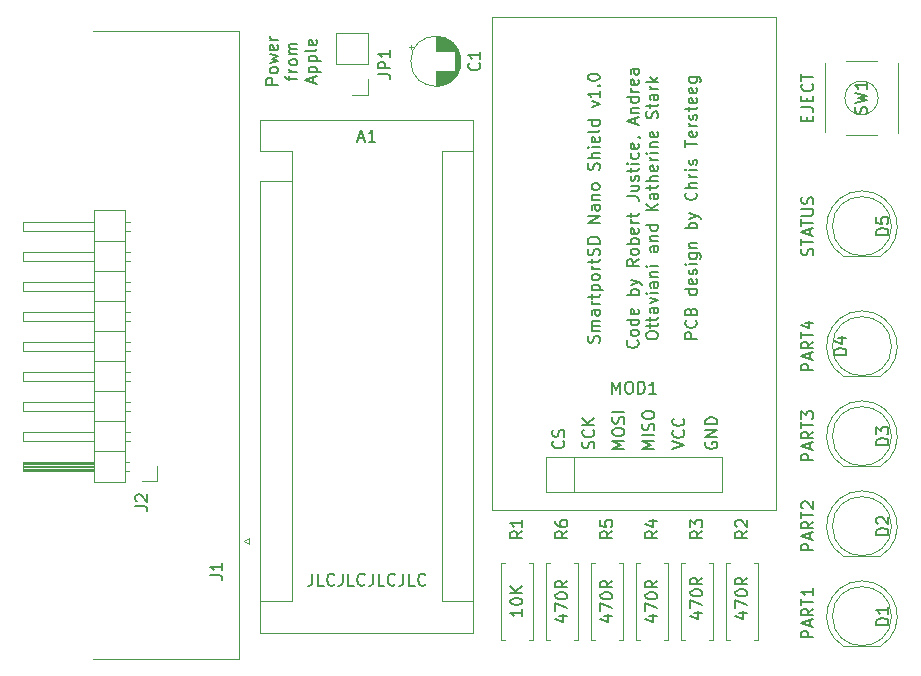
<source format=gbr>
%TF.GenerationSoftware,KiCad,Pcbnew,(5.1.9)-1*%
%TF.CreationDate,2021-02-16T00:15:54-06:00*%
%TF.ProjectId,SmartportSD-Nano-Shield,536d6172-7470-46f7-9274-53442d4e616e,rev?*%
%TF.SameCoordinates,Original*%
%TF.FileFunction,Legend,Top*%
%TF.FilePolarity,Positive*%
%FSLAX46Y46*%
G04 Gerber Fmt 4.6, Leading zero omitted, Abs format (unit mm)*
G04 Created by KiCad (PCBNEW (5.1.9)-1) date 2021-02-16 00:15:54*
%MOMM*%
%LPD*%
G01*
G04 APERTURE LIST*
%ADD10C,0.200000*%
%ADD11C,0.150000*%
%ADD12C,0.120000*%
%ADD13C,2.500000*%
%ADD14O,1.200000X2.000000*%
%ADD15O,1.600000X1.600000*%
%ADD16C,1.600000*%
%ADD17O,1.700000X1.700000*%
%ADD18R,1.700000X1.700000*%
%ADD19C,1.800000*%
%ADD20R,1.800000X1.800000*%
%ADD21C,1.200000*%
%ADD22R,1.200000X1.200000*%
%ADD23R,1.600000X1.600000*%
%ADD24C,1.700000*%
%ADD25C,4.000000*%
G04 APERTURE END LIST*
D10*
X135080952Y-108164380D02*
X135080952Y-108878666D01*
X135033333Y-109021523D01*
X134938095Y-109116761D01*
X134795238Y-109164380D01*
X134700000Y-109164380D01*
X136033333Y-109164380D02*
X135557142Y-109164380D01*
X135557142Y-108164380D01*
X136938095Y-109069142D02*
X136890476Y-109116761D01*
X136747619Y-109164380D01*
X136652380Y-109164380D01*
X136509523Y-109116761D01*
X136414285Y-109021523D01*
X136366666Y-108926285D01*
X136319047Y-108735809D01*
X136319047Y-108592952D01*
X136366666Y-108402476D01*
X136414285Y-108307238D01*
X136509523Y-108212000D01*
X136652380Y-108164380D01*
X136747619Y-108164380D01*
X136890476Y-108212000D01*
X136938095Y-108259619D01*
X137652380Y-108164380D02*
X137652380Y-108878666D01*
X137604761Y-109021523D01*
X137509523Y-109116761D01*
X137366666Y-109164380D01*
X137271428Y-109164380D01*
X138604761Y-109164380D02*
X138128571Y-109164380D01*
X138128571Y-108164380D01*
X139509523Y-109069142D02*
X139461904Y-109116761D01*
X139319047Y-109164380D01*
X139223809Y-109164380D01*
X139080952Y-109116761D01*
X138985714Y-109021523D01*
X138938095Y-108926285D01*
X138890476Y-108735809D01*
X138890476Y-108592952D01*
X138938095Y-108402476D01*
X138985714Y-108307238D01*
X139080952Y-108212000D01*
X139223809Y-108164380D01*
X139319047Y-108164380D01*
X139461904Y-108212000D01*
X139509523Y-108259619D01*
X140223809Y-108164380D02*
X140223809Y-108878666D01*
X140176190Y-109021523D01*
X140080952Y-109116761D01*
X139938095Y-109164380D01*
X139842857Y-109164380D01*
X141176190Y-109164380D02*
X140700000Y-109164380D01*
X140700000Y-108164380D01*
X142080952Y-109069142D02*
X142033333Y-109116761D01*
X141890476Y-109164380D01*
X141795238Y-109164380D01*
X141652380Y-109116761D01*
X141557142Y-109021523D01*
X141509523Y-108926285D01*
X141461904Y-108735809D01*
X141461904Y-108592952D01*
X141509523Y-108402476D01*
X141557142Y-108307238D01*
X141652380Y-108212000D01*
X141795238Y-108164380D01*
X141890476Y-108164380D01*
X142033333Y-108212000D01*
X142080952Y-108259619D01*
X142795238Y-108164380D02*
X142795238Y-108878666D01*
X142747619Y-109021523D01*
X142652380Y-109116761D01*
X142509523Y-109164380D01*
X142414285Y-109164380D01*
X143747619Y-109164380D02*
X143271428Y-109164380D01*
X143271428Y-108164380D01*
X144652380Y-109069142D02*
X144604761Y-109116761D01*
X144461904Y-109164380D01*
X144366666Y-109164380D01*
X144223809Y-109116761D01*
X144128571Y-109021523D01*
X144080952Y-108926285D01*
X144033333Y-108735809D01*
X144033333Y-108592952D01*
X144080952Y-108402476D01*
X144128571Y-108307238D01*
X144223809Y-108212000D01*
X144366666Y-108164380D01*
X144461904Y-108164380D01*
X144604761Y-108212000D01*
X144652380Y-108259619D01*
D11*
X159347761Y-88596952D02*
X159395380Y-88454095D01*
X159395380Y-88216000D01*
X159347761Y-88120761D01*
X159300142Y-88073142D01*
X159204904Y-88025523D01*
X159109666Y-88025523D01*
X159014428Y-88073142D01*
X158966809Y-88120761D01*
X158919190Y-88216000D01*
X158871571Y-88406476D01*
X158823952Y-88501714D01*
X158776333Y-88549333D01*
X158681095Y-88596952D01*
X158585857Y-88596952D01*
X158490619Y-88549333D01*
X158443000Y-88501714D01*
X158395380Y-88406476D01*
X158395380Y-88168380D01*
X158443000Y-88025523D01*
X159395380Y-87596952D02*
X158728714Y-87596952D01*
X158823952Y-87596952D02*
X158776333Y-87549333D01*
X158728714Y-87454095D01*
X158728714Y-87311238D01*
X158776333Y-87216000D01*
X158871571Y-87168380D01*
X159395380Y-87168380D01*
X158871571Y-87168380D02*
X158776333Y-87120761D01*
X158728714Y-87025523D01*
X158728714Y-86882666D01*
X158776333Y-86787428D01*
X158871571Y-86739809D01*
X159395380Y-86739809D01*
X159395380Y-85835047D02*
X158871571Y-85835047D01*
X158776333Y-85882666D01*
X158728714Y-85977904D01*
X158728714Y-86168380D01*
X158776333Y-86263619D01*
X159347761Y-85835047D02*
X159395380Y-85930285D01*
X159395380Y-86168380D01*
X159347761Y-86263619D01*
X159252523Y-86311238D01*
X159157285Y-86311238D01*
X159062047Y-86263619D01*
X159014428Y-86168380D01*
X159014428Y-85930285D01*
X158966809Y-85835047D01*
X159395380Y-85358857D02*
X158728714Y-85358857D01*
X158919190Y-85358857D02*
X158823952Y-85311238D01*
X158776333Y-85263619D01*
X158728714Y-85168380D01*
X158728714Y-85073142D01*
X158728714Y-84882666D02*
X158728714Y-84501714D01*
X158395380Y-84739809D02*
X159252523Y-84739809D01*
X159347761Y-84692190D01*
X159395380Y-84596952D01*
X159395380Y-84501714D01*
X158728714Y-84168380D02*
X159728714Y-84168380D01*
X158776333Y-84168380D02*
X158728714Y-84073142D01*
X158728714Y-83882666D01*
X158776333Y-83787428D01*
X158823952Y-83739809D01*
X158919190Y-83692190D01*
X159204904Y-83692190D01*
X159300142Y-83739809D01*
X159347761Y-83787428D01*
X159395380Y-83882666D01*
X159395380Y-84073142D01*
X159347761Y-84168380D01*
X159395380Y-83120761D02*
X159347761Y-83216000D01*
X159300142Y-83263619D01*
X159204904Y-83311238D01*
X158919190Y-83311238D01*
X158823952Y-83263619D01*
X158776333Y-83216000D01*
X158728714Y-83120761D01*
X158728714Y-82977904D01*
X158776333Y-82882666D01*
X158823952Y-82835047D01*
X158919190Y-82787428D01*
X159204904Y-82787428D01*
X159300142Y-82835047D01*
X159347761Y-82882666D01*
X159395380Y-82977904D01*
X159395380Y-83120761D01*
X159395380Y-82358857D02*
X158728714Y-82358857D01*
X158919190Y-82358857D02*
X158823952Y-82311238D01*
X158776333Y-82263619D01*
X158728714Y-82168380D01*
X158728714Y-82073142D01*
X158728714Y-81882666D02*
X158728714Y-81501714D01*
X158395380Y-81739809D02*
X159252523Y-81739809D01*
X159347761Y-81692190D01*
X159395380Y-81596952D01*
X159395380Y-81501714D01*
X159347761Y-81216000D02*
X159395380Y-81073142D01*
X159395380Y-80835047D01*
X159347761Y-80739809D01*
X159300142Y-80692190D01*
X159204904Y-80644571D01*
X159109666Y-80644571D01*
X159014428Y-80692190D01*
X158966809Y-80739809D01*
X158919190Y-80835047D01*
X158871571Y-81025523D01*
X158823952Y-81120761D01*
X158776333Y-81168380D01*
X158681095Y-81216000D01*
X158585857Y-81216000D01*
X158490619Y-81168380D01*
X158443000Y-81120761D01*
X158395380Y-81025523D01*
X158395380Y-80787428D01*
X158443000Y-80644571D01*
X159395380Y-80216000D02*
X158395380Y-80216000D01*
X158395380Y-79977904D01*
X158443000Y-79835047D01*
X158538238Y-79739809D01*
X158633476Y-79692190D01*
X158823952Y-79644571D01*
X158966809Y-79644571D01*
X159157285Y-79692190D01*
X159252523Y-79739809D01*
X159347761Y-79835047D01*
X159395380Y-79977904D01*
X159395380Y-80216000D01*
X159395380Y-78454095D02*
X158395380Y-78454095D01*
X159395380Y-77882666D01*
X158395380Y-77882666D01*
X159395380Y-76977904D02*
X158871571Y-76977904D01*
X158776333Y-77025523D01*
X158728714Y-77120761D01*
X158728714Y-77311238D01*
X158776333Y-77406476D01*
X159347761Y-76977904D02*
X159395380Y-77073142D01*
X159395380Y-77311238D01*
X159347761Y-77406476D01*
X159252523Y-77454095D01*
X159157285Y-77454095D01*
X159062047Y-77406476D01*
X159014428Y-77311238D01*
X159014428Y-77073142D01*
X158966809Y-76977904D01*
X158728714Y-76501714D02*
X159395380Y-76501714D01*
X158823952Y-76501714D02*
X158776333Y-76454095D01*
X158728714Y-76358857D01*
X158728714Y-76216000D01*
X158776333Y-76120761D01*
X158871571Y-76073142D01*
X159395380Y-76073142D01*
X159395380Y-75454095D02*
X159347761Y-75549333D01*
X159300142Y-75596952D01*
X159204904Y-75644571D01*
X158919190Y-75644571D01*
X158823952Y-75596952D01*
X158776333Y-75549333D01*
X158728714Y-75454095D01*
X158728714Y-75311238D01*
X158776333Y-75216000D01*
X158823952Y-75168380D01*
X158919190Y-75120761D01*
X159204904Y-75120761D01*
X159300142Y-75168380D01*
X159347761Y-75216000D01*
X159395380Y-75311238D01*
X159395380Y-75454095D01*
X159347761Y-73977904D02*
X159395380Y-73835047D01*
X159395380Y-73596952D01*
X159347761Y-73501714D01*
X159300142Y-73454095D01*
X159204904Y-73406476D01*
X159109666Y-73406476D01*
X159014428Y-73454095D01*
X158966809Y-73501714D01*
X158919190Y-73596952D01*
X158871571Y-73787428D01*
X158823952Y-73882666D01*
X158776333Y-73930285D01*
X158681095Y-73977904D01*
X158585857Y-73977904D01*
X158490619Y-73930285D01*
X158443000Y-73882666D01*
X158395380Y-73787428D01*
X158395380Y-73549333D01*
X158443000Y-73406476D01*
X159395380Y-72977904D02*
X158395380Y-72977904D01*
X159395380Y-72549333D02*
X158871571Y-72549333D01*
X158776333Y-72596952D01*
X158728714Y-72692190D01*
X158728714Y-72835047D01*
X158776333Y-72930285D01*
X158823952Y-72977904D01*
X159395380Y-72073142D02*
X158728714Y-72073142D01*
X158395380Y-72073142D02*
X158443000Y-72120761D01*
X158490619Y-72073142D01*
X158443000Y-72025523D01*
X158395380Y-72073142D01*
X158490619Y-72073142D01*
X159347761Y-71216000D02*
X159395380Y-71311238D01*
X159395380Y-71501714D01*
X159347761Y-71596952D01*
X159252523Y-71644571D01*
X158871571Y-71644571D01*
X158776333Y-71596952D01*
X158728714Y-71501714D01*
X158728714Y-71311238D01*
X158776333Y-71216000D01*
X158871571Y-71168380D01*
X158966809Y-71168380D01*
X159062047Y-71644571D01*
X159395380Y-70596952D02*
X159347761Y-70692190D01*
X159252523Y-70739809D01*
X158395380Y-70739809D01*
X159395380Y-69787428D02*
X158395380Y-69787428D01*
X159347761Y-69787428D02*
X159395380Y-69882666D01*
X159395380Y-70073142D01*
X159347761Y-70168380D01*
X159300142Y-70216000D01*
X159204904Y-70263619D01*
X158919190Y-70263619D01*
X158823952Y-70216000D01*
X158776333Y-70168380D01*
X158728714Y-70073142D01*
X158728714Y-69882666D01*
X158776333Y-69787428D01*
X158728714Y-68644571D02*
X159395380Y-68406476D01*
X158728714Y-68168380D01*
X159395380Y-67263619D02*
X159395380Y-67835047D01*
X159395380Y-67549333D02*
X158395380Y-67549333D01*
X158538238Y-67644571D01*
X158633476Y-67739809D01*
X158681095Y-67835047D01*
X159300142Y-66835047D02*
X159347761Y-66787428D01*
X159395380Y-66835047D01*
X159347761Y-66882666D01*
X159300142Y-66835047D01*
X159395380Y-66835047D01*
X158395380Y-66168380D02*
X158395380Y-66073142D01*
X158443000Y-65977904D01*
X158490619Y-65930285D01*
X158585857Y-65882666D01*
X158776333Y-65835047D01*
X159014428Y-65835047D01*
X159204904Y-65882666D01*
X159300142Y-65930285D01*
X159347761Y-65977904D01*
X159395380Y-66073142D01*
X159395380Y-66168380D01*
X159347761Y-66263619D01*
X159300142Y-66311238D01*
X159204904Y-66358857D01*
X159014428Y-66406476D01*
X158776333Y-66406476D01*
X158585857Y-66358857D01*
X158490619Y-66311238D01*
X158443000Y-66263619D01*
X158395380Y-66168380D01*
X162600142Y-88406476D02*
X162647761Y-88454095D01*
X162695380Y-88596952D01*
X162695380Y-88692190D01*
X162647761Y-88835047D01*
X162552523Y-88930285D01*
X162457285Y-88977904D01*
X162266809Y-89025523D01*
X162123952Y-89025523D01*
X161933476Y-88977904D01*
X161838238Y-88930285D01*
X161743000Y-88835047D01*
X161695380Y-88692190D01*
X161695380Y-88596952D01*
X161743000Y-88454095D01*
X161790619Y-88406476D01*
X162695380Y-87835047D02*
X162647761Y-87930285D01*
X162600142Y-87977904D01*
X162504904Y-88025523D01*
X162219190Y-88025523D01*
X162123952Y-87977904D01*
X162076333Y-87930285D01*
X162028714Y-87835047D01*
X162028714Y-87692190D01*
X162076333Y-87596952D01*
X162123952Y-87549333D01*
X162219190Y-87501714D01*
X162504904Y-87501714D01*
X162600142Y-87549333D01*
X162647761Y-87596952D01*
X162695380Y-87692190D01*
X162695380Y-87835047D01*
X162695380Y-86644571D02*
X161695380Y-86644571D01*
X162647761Y-86644571D02*
X162695380Y-86739809D01*
X162695380Y-86930285D01*
X162647761Y-87025523D01*
X162600142Y-87073142D01*
X162504904Y-87120761D01*
X162219190Y-87120761D01*
X162123952Y-87073142D01*
X162076333Y-87025523D01*
X162028714Y-86930285D01*
X162028714Y-86739809D01*
X162076333Y-86644571D01*
X162647761Y-85787428D02*
X162695380Y-85882666D01*
X162695380Y-86073142D01*
X162647761Y-86168380D01*
X162552523Y-86216000D01*
X162171571Y-86216000D01*
X162076333Y-86168380D01*
X162028714Y-86073142D01*
X162028714Y-85882666D01*
X162076333Y-85787428D01*
X162171571Y-85739809D01*
X162266809Y-85739809D01*
X162362047Y-86216000D01*
X162695380Y-84549333D02*
X161695380Y-84549333D01*
X162076333Y-84549333D02*
X162028714Y-84454095D01*
X162028714Y-84263619D01*
X162076333Y-84168380D01*
X162123952Y-84120761D01*
X162219190Y-84073142D01*
X162504904Y-84073142D01*
X162600142Y-84120761D01*
X162647761Y-84168380D01*
X162695380Y-84263619D01*
X162695380Y-84454095D01*
X162647761Y-84549333D01*
X162028714Y-83739809D02*
X162695380Y-83501714D01*
X162028714Y-83263619D02*
X162695380Y-83501714D01*
X162933476Y-83596952D01*
X162981095Y-83644571D01*
X163028714Y-83739809D01*
X162695380Y-81549333D02*
X162219190Y-81882666D01*
X162695380Y-82120761D02*
X161695380Y-82120761D01*
X161695380Y-81739809D01*
X161743000Y-81644571D01*
X161790619Y-81596952D01*
X161885857Y-81549333D01*
X162028714Y-81549333D01*
X162123952Y-81596952D01*
X162171571Y-81644571D01*
X162219190Y-81739809D01*
X162219190Y-82120761D01*
X162695380Y-80977904D02*
X162647761Y-81073142D01*
X162600142Y-81120761D01*
X162504904Y-81168380D01*
X162219190Y-81168380D01*
X162123952Y-81120761D01*
X162076333Y-81073142D01*
X162028714Y-80977904D01*
X162028714Y-80835047D01*
X162076333Y-80739809D01*
X162123952Y-80692190D01*
X162219190Y-80644571D01*
X162504904Y-80644571D01*
X162600142Y-80692190D01*
X162647761Y-80739809D01*
X162695380Y-80835047D01*
X162695380Y-80977904D01*
X162695380Y-80216000D02*
X161695380Y-80216000D01*
X162076333Y-80216000D02*
X162028714Y-80120761D01*
X162028714Y-79930285D01*
X162076333Y-79835047D01*
X162123952Y-79787428D01*
X162219190Y-79739809D01*
X162504904Y-79739809D01*
X162600142Y-79787428D01*
X162647761Y-79835047D01*
X162695380Y-79930285D01*
X162695380Y-80120761D01*
X162647761Y-80216000D01*
X162647761Y-78930285D02*
X162695380Y-79025523D01*
X162695380Y-79216000D01*
X162647761Y-79311238D01*
X162552523Y-79358857D01*
X162171571Y-79358857D01*
X162076333Y-79311238D01*
X162028714Y-79216000D01*
X162028714Y-79025523D01*
X162076333Y-78930285D01*
X162171571Y-78882666D01*
X162266809Y-78882666D01*
X162362047Y-79358857D01*
X162695380Y-78454095D02*
X162028714Y-78454095D01*
X162219190Y-78454095D02*
X162123952Y-78406476D01*
X162076333Y-78358857D01*
X162028714Y-78263619D01*
X162028714Y-78168380D01*
X162028714Y-77977904D02*
X162028714Y-77596952D01*
X161695380Y-77835047D02*
X162552523Y-77835047D01*
X162647761Y-77787428D01*
X162695380Y-77692190D01*
X162695380Y-77596952D01*
X161695380Y-76216000D02*
X162409666Y-76216000D01*
X162552523Y-76263619D01*
X162647761Y-76358857D01*
X162695380Y-76501714D01*
X162695380Y-76596952D01*
X162028714Y-75311238D02*
X162695380Y-75311238D01*
X162028714Y-75739809D02*
X162552523Y-75739809D01*
X162647761Y-75692190D01*
X162695380Y-75596952D01*
X162695380Y-75454095D01*
X162647761Y-75358857D01*
X162600142Y-75311238D01*
X162647761Y-74882666D02*
X162695380Y-74787428D01*
X162695380Y-74596952D01*
X162647761Y-74501714D01*
X162552523Y-74454095D01*
X162504904Y-74454095D01*
X162409666Y-74501714D01*
X162362047Y-74596952D01*
X162362047Y-74739809D01*
X162314428Y-74835047D01*
X162219190Y-74882666D01*
X162171571Y-74882666D01*
X162076333Y-74835047D01*
X162028714Y-74739809D01*
X162028714Y-74596952D01*
X162076333Y-74501714D01*
X162028714Y-74168380D02*
X162028714Y-73787428D01*
X161695380Y-74025523D02*
X162552523Y-74025523D01*
X162647761Y-73977904D01*
X162695380Y-73882666D01*
X162695380Y-73787428D01*
X162695380Y-73454095D02*
X162028714Y-73454095D01*
X161695380Y-73454095D02*
X161743000Y-73501714D01*
X161790619Y-73454095D01*
X161743000Y-73406476D01*
X161695380Y-73454095D01*
X161790619Y-73454095D01*
X162647761Y-72549333D02*
X162695380Y-72644571D01*
X162695380Y-72835047D01*
X162647761Y-72930285D01*
X162600142Y-72977904D01*
X162504904Y-73025523D01*
X162219190Y-73025523D01*
X162123952Y-72977904D01*
X162076333Y-72930285D01*
X162028714Y-72835047D01*
X162028714Y-72644571D01*
X162076333Y-72549333D01*
X162647761Y-71739809D02*
X162695380Y-71835047D01*
X162695380Y-72025523D01*
X162647761Y-72120761D01*
X162552523Y-72168380D01*
X162171571Y-72168380D01*
X162076333Y-72120761D01*
X162028714Y-72025523D01*
X162028714Y-71835047D01*
X162076333Y-71739809D01*
X162171571Y-71692190D01*
X162266809Y-71692190D01*
X162362047Y-72168380D01*
X162647761Y-71216000D02*
X162695380Y-71216000D01*
X162790619Y-71263619D01*
X162838238Y-71311238D01*
X162409666Y-70073142D02*
X162409666Y-69596952D01*
X162695380Y-70168380D02*
X161695380Y-69835047D01*
X162695380Y-69501714D01*
X162028714Y-69168380D02*
X162695380Y-69168380D01*
X162123952Y-69168380D02*
X162076333Y-69120761D01*
X162028714Y-69025523D01*
X162028714Y-68882666D01*
X162076333Y-68787428D01*
X162171571Y-68739809D01*
X162695380Y-68739809D01*
X162695380Y-67835047D02*
X161695380Y-67835047D01*
X162647761Y-67835047D02*
X162695380Y-67930285D01*
X162695380Y-68120761D01*
X162647761Y-68216000D01*
X162600142Y-68263619D01*
X162504904Y-68311238D01*
X162219190Y-68311238D01*
X162123952Y-68263619D01*
X162076333Y-68216000D01*
X162028714Y-68120761D01*
X162028714Y-67930285D01*
X162076333Y-67835047D01*
X162695380Y-67358857D02*
X162028714Y-67358857D01*
X162219190Y-67358857D02*
X162123952Y-67311238D01*
X162076333Y-67263619D01*
X162028714Y-67168380D01*
X162028714Y-67073142D01*
X162647761Y-66358857D02*
X162695380Y-66454095D01*
X162695380Y-66644571D01*
X162647761Y-66739809D01*
X162552523Y-66787428D01*
X162171571Y-66787428D01*
X162076333Y-66739809D01*
X162028714Y-66644571D01*
X162028714Y-66454095D01*
X162076333Y-66358857D01*
X162171571Y-66311238D01*
X162266809Y-66311238D01*
X162362047Y-66787428D01*
X162695380Y-65454095D02*
X162171571Y-65454095D01*
X162076333Y-65501714D01*
X162028714Y-65596952D01*
X162028714Y-65787428D01*
X162076333Y-65882666D01*
X162647761Y-65454095D02*
X162695380Y-65549333D01*
X162695380Y-65787428D01*
X162647761Y-65882666D01*
X162552523Y-65930285D01*
X162457285Y-65930285D01*
X162362047Y-65882666D01*
X162314428Y-65787428D01*
X162314428Y-65549333D01*
X162266809Y-65454095D01*
X163345380Y-88073142D02*
X163345380Y-87882666D01*
X163393000Y-87787428D01*
X163488238Y-87692190D01*
X163678714Y-87644571D01*
X164012047Y-87644571D01*
X164202523Y-87692190D01*
X164297761Y-87787428D01*
X164345380Y-87882666D01*
X164345380Y-88073142D01*
X164297761Y-88168380D01*
X164202523Y-88263619D01*
X164012047Y-88311238D01*
X163678714Y-88311238D01*
X163488238Y-88263619D01*
X163393000Y-88168380D01*
X163345380Y-88073142D01*
X163678714Y-87358857D02*
X163678714Y-86977904D01*
X163345380Y-87216000D02*
X164202523Y-87216000D01*
X164297761Y-87168380D01*
X164345380Y-87073142D01*
X164345380Y-86977904D01*
X163678714Y-86787428D02*
X163678714Y-86406476D01*
X163345380Y-86644571D02*
X164202523Y-86644571D01*
X164297761Y-86596952D01*
X164345380Y-86501714D01*
X164345380Y-86406476D01*
X164345380Y-85644571D02*
X163821571Y-85644571D01*
X163726333Y-85692190D01*
X163678714Y-85787428D01*
X163678714Y-85977904D01*
X163726333Y-86073142D01*
X164297761Y-85644571D02*
X164345380Y-85739809D01*
X164345380Y-85977904D01*
X164297761Y-86073142D01*
X164202523Y-86120761D01*
X164107285Y-86120761D01*
X164012047Y-86073142D01*
X163964428Y-85977904D01*
X163964428Y-85739809D01*
X163916809Y-85644571D01*
X163678714Y-85263619D02*
X164345380Y-85025523D01*
X163678714Y-84787428D01*
X164345380Y-84406476D02*
X163678714Y-84406476D01*
X163345380Y-84406476D02*
X163393000Y-84454095D01*
X163440619Y-84406476D01*
X163393000Y-84358857D01*
X163345380Y-84406476D01*
X163440619Y-84406476D01*
X164345380Y-83501714D02*
X163821571Y-83501714D01*
X163726333Y-83549333D01*
X163678714Y-83644571D01*
X163678714Y-83835047D01*
X163726333Y-83930285D01*
X164297761Y-83501714D02*
X164345380Y-83596952D01*
X164345380Y-83835047D01*
X164297761Y-83930285D01*
X164202523Y-83977904D01*
X164107285Y-83977904D01*
X164012047Y-83930285D01*
X163964428Y-83835047D01*
X163964428Y-83596952D01*
X163916809Y-83501714D01*
X163678714Y-83025523D02*
X164345380Y-83025523D01*
X163773952Y-83025523D02*
X163726333Y-82977904D01*
X163678714Y-82882666D01*
X163678714Y-82739809D01*
X163726333Y-82644571D01*
X163821571Y-82596952D01*
X164345380Y-82596952D01*
X164345380Y-82120761D02*
X163678714Y-82120761D01*
X163345380Y-82120761D02*
X163393000Y-82168380D01*
X163440619Y-82120761D01*
X163393000Y-82073142D01*
X163345380Y-82120761D01*
X163440619Y-82120761D01*
X164345380Y-80454095D02*
X163821571Y-80454095D01*
X163726333Y-80501714D01*
X163678714Y-80596952D01*
X163678714Y-80787428D01*
X163726333Y-80882666D01*
X164297761Y-80454095D02*
X164345380Y-80549333D01*
X164345380Y-80787428D01*
X164297761Y-80882666D01*
X164202523Y-80930285D01*
X164107285Y-80930285D01*
X164012047Y-80882666D01*
X163964428Y-80787428D01*
X163964428Y-80549333D01*
X163916809Y-80454095D01*
X163678714Y-79977904D02*
X164345380Y-79977904D01*
X163773952Y-79977904D02*
X163726333Y-79930285D01*
X163678714Y-79835047D01*
X163678714Y-79692190D01*
X163726333Y-79596952D01*
X163821571Y-79549333D01*
X164345380Y-79549333D01*
X164345380Y-78644571D02*
X163345380Y-78644571D01*
X164297761Y-78644571D02*
X164345380Y-78739809D01*
X164345380Y-78930285D01*
X164297761Y-79025523D01*
X164250142Y-79073142D01*
X164154904Y-79120761D01*
X163869190Y-79120761D01*
X163773952Y-79073142D01*
X163726333Y-79025523D01*
X163678714Y-78930285D01*
X163678714Y-78739809D01*
X163726333Y-78644571D01*
X164345380Y-77406476D02*
X163345380Y-77406476D01*
X164345380Y-76835047D02*
X163773952Y-77263619D01*
X163345380Y-76835047D02*
X163916809Y-77406476D01*
X164345380Y-75977904D02*
X163821571Y-75977904D01*
X163726333Y-76025523D01*
X163678714Y-76120761D01*
X163678714Y-76311238D01*
X163726333Y-76406476D01*
X164297761Y-75977904D02*
X164345380Y-76073142D01*
X164345380Y-76311238D01*
X164297761Y-76406476D01*
X164202523Y-76454095D01*
X164107285Y-76454095D01*
X164012047Y-76406476D01*
X163964428Y-76311238D01*
X163964428Y-76073142D01*
X163916809Y-75977904D01*
X163678714Y-75644571D02*
X163678714Y-75263619D01*
X163345380Y-75501714D02*
X164202523Y-75501714D01*
X164297761Y-75454095D01*
X164345380Y-75358857D01*
X164345380Y-75263619D01*
X164345380Y-74930285D02*
X163345380Y-74930285D01*
X164345380Y-74501714D02*
X163821571Y-74501714D01*
X163726333Y-74549333D01*
X163678714Y-74644571D01*
X163678714Y-74787428D01*
X163726333Y-74882666D01*
X163773952Y-74930285D01*
X164297761Y-73644571D02*
X164345380Y-73739809D01*
X164345380Y-73930285D01*
X164297761Y-74025523D01*
X164202523Y-74073142D01*
X163821571Y-74073142D01*
X163726333Y-74025523D01*
X163678714Y-73930285D01*
X163678714Y-73739809D01*
X163726333Y-73644571D01*
X163821571Y-73596952D01*
X163916809Y-73596952D01*
X164012047Y-74073142D01*
X164345380Y-73168380D02*
X163678714Y-73168380D01*
X163869190Y-73168380D02*
X163773952Y-73120761D01*
X163726333Y-73073142D01*
X163678714Y-72977904D01*
X163678714Y-72882666D01*
X164345380Y-72549333D02*
X163678714Y-72549333D01*
X163345380Y-72549333D02*
X163393000Y-72596952D01*
X163440619Y-72549333D01*
X163393000Y-72501714D01*
X163345380Y-72549333D01*
X163440619Y-72549333D01*
X163678714Y-72073142D02*
X164345380Y-72073142D01*
X163773952Y-72073142D02*
X163726333Y-72025523D01*
X163678714Y-71930285D01*
X163678714Y-71787428D01*
X163726333Y-71692190D01*
X163821571Y-71644571D01*
X164345380Y-71644571D01*
X164297761Y-70787428D02*
X164345380Y-70882666D01*
X164345380Y-71073142D01*
X164297761Y-71168380D01*
X164202523Y-71216000D01*
X163821571Y-71216000D01*
X163726333Y-71168380D01*
X163678714Y-71073142D01*
X163678714Y-70882666D01*
X163726333Y-70787428D01*
X163821571Y-70739809D01*
X163916809Y-70739809D01*
X164012047Y-71216000D01*
X164297761Y-69596952D02*
X164345380Y-69454095D01*
X164345380Y-69216000D01*
X164297761Y-69120761D01*
X164250142Y-69073142D01*
X164154904Y-69025523D01*
X164059666Y-69025523D01*
X163964428Y-69073142D01*
X163916809Y-69120761D01*
X163869190Y-69216000D01*
X163821571Y-69406476D01*
X163773952Y-69501714D01*
X163726333Y-69549333D01*
X163631095Y-69596952D01*
X163535857Y-69596952D01*
X163440619Y-69549333D01*
X163393000Y-69501714D01*
X163345380Y-69406476D01*
X163345380Y-69168380D01*
X163393000Y-69025523D01*
X163678714Y-68739809D02*
X163678714Y-68358857D01*
X163345380Y-68596952D02*
X164202523Y-68596952D01*
X164297761Y-68549333D01*
X164345380Y-68454095D01*
X164345380Y-68358857D01*
X164345380Y-67596952D02*
X163821571Y-67596952D01*
X163726333Y-67644571D01*
X163678714Y-67739809D01*
X163678714Y-67930285D01*
X163726333Y-68025523D01*
X164297761Y-67596952D02*
X164345380Y-67692190D01*
X164345380Y-67930285D01*
X164297761Y-68025523D01*
X164202523Y-68073142D01*
X164107285Y-68073142D01*
X164012047Y-68025523D01*
X163964428Y-67930285D01*
X163964428Y-67692190D01*
X163916809Y-67596952D01*
X164345380Y-67120761D02*
X163678714Y-67120761D01*
X163869190Y-67120761D02*
X163773952Y-67073142D01*
X163726333Y-67025523D01*
X163678714Y-66930285D01*
X163678714Y-66835047D01*
X164345380Y-66501714D02*
X163345380Y-66501714D01*
X163964428Y-66406476D02*
X164345380Y-66120761D01*
X163678714Y-66120761D02*
X164059666Y-66501714D01*
X167645380Y-88287428D02*
X166645380Y-88287428D01*
X166645380Y-87906476D01*
X166693000Y-87811238D01*
X166740619Y-87763619D01*
X166835857Y-87716000D01*
X166978714Y-87716000D01*
X167073952Y-87763619D01*
X167121571Y-87811238D01*
X167169190Y-87906476D01*
X167169190Y-88287428D01*
X167550142Y-86716000D02*
X167597761Y-86763619D01*
X167645380Y-86906476D01*
X167645380Y-87001714D01*
X167597761Y-87144571D01*
X167502523Y-87239809D01*
X167407285Y-87287428D01*
X167216809Y-87335047D01*
X167073952Y-87335047D01*
X166883476Y-87287428D01*
X166788238Y-87239809D01*
X166693000Y-87144571D01*
X166645380Y-87001714D01*
X166645380Y-86906476D01*
X166693000Y-86763619D01*
X166740619Y-86716000D01*
X167121571Y-85954095D02*
X167169190Y-85811238D01*
X167216809Y-85763619D01*
X167312047Y-85716000D01*
X167454904Y-85716000D01*
X167550142Y-85763619D01*
X167597761Y-85811238D01*
X167645380Y-85906476D01*
X167645380Y-86287428D01*
X166645380Y-86287428D01*
X166645380Y-85954095D01*
X166693000Y-85858857D01*
X166740619Y-85811238D01*
X166835857Y-85763619D01*
X166931095Y-85763619D01*
X167026333Y-85811238D01*
X167073952Y-85858857D01*
X167121571Y-85954095D01*
X167121571Y-86287428D01*
X167645380Y-84096952D02*
X166645380Y-84096952D01*
X167597761Y-84096952D02*
X167645380Y-84192190D01*
X167645380Y-84382666D01*
X167597761Y-84477904D01*
X167550142Y-84525523D01*
X167454904Y-84573142D01*
X167169190Y-84573142D01*
X167073952Y-84525523D01*
X167026333Y-84477904D01*
X166978714Y-84382666D01*
X166978714Y-84192190D01*
X167026333Y-84096952D01*
X167597761Y-83239809D02*
X167645380Y-83335047D01*
X167645380Y-83525523D01*
X167597761Y-83620761D01*
X167502523Y-83668380D01*
X167121571Y-83668380D01*
X167026333Y-83620761D01*
X166978714Y-83525523D01*
X166978714Y-83335047D01*
X167026333Y-83239809D01*
X167121571Y-83192190D01*
X167216809Y-83192190D01*
X167312047Y-83668380D01*
X167597761Y-82811238D02*
X167645380Y-82716000D01*
X167645380Y-82525523D01*
X167597761Y-82430285D01*
X167502523Y-82382666D01*
X167454904Y-82382666D01*
X167359666Y-82430285D01*
X167312047Y-82525523D01*
X167312047Y-82668380D01*
X167264428Y-82763619D01*
X167169190Y-82811238D01*
X167121571Y-82811238D01*
X167026333Y-82763619D01*
X166978714Y-82668380D01*
X166978714Y-82525523D01*
X167026333Y-82430285D01*
X167645380Y-81954095D02*
X166978714Y-81954095D01*
X166645380Y-81954095D02*
X166693000Y-82001714D01*
X166740619Y-81954095D01*
X166693000Y-81906476D01*
X166645380Y-81954095D01*
X166740619Y-81954095D01*
X166978714Y-81049333D02*
X167788238Y-81049333D01*
X167883476Y-81096952D01*
X167931095Y-81144571D01*
X167978714Y-81239809D01*
X167978714Y-81382666D01*
X167931095Y-81477904D01*
X167597761Y-81049333D02*
X167645380Y-81144571D01*
X167645380Y-81335047D01*
X167597761Y-81430285D01*
X167550142Y-81477904D01*
X167454904Y-81525523D01*
X167169190Y-81525523D01*
X167073952Y-81477904D01*
X167026333Y-81430285D01*
X166978714Y-81335047D01*
X166978714Y-81144571D01*
X167026333Y-81049333D01*
X166978714Y-80573142D02*
X167645380Y-80573142D01*
X167073952Y-80573142D02*
X167026333Y-80525523D01*
X166978714Y-80430285D01*
X166978714Y-80287428D01*
X167026333Y-80192190D01*
X167121571Y-80144571D01*
X167645380Y-80144571D01*
X167645380Y-78906476D02*
X166645380Y-78906476D01*
X167026333Y-78906476D02*
X166978714Y-78811238D01*
X166978714Y-78620761D01*
X167026333Y-78525523D01*
X167073952Y-78477904D01*
X167169190Y-78430285D01*
X167454904Y-78430285D01*
X167550142Y-78477904D01*
X167597761Y-78525523D01*
X167645380Y-78620761D01*
X167645380Y-78811238D01*
X167597761Y-78906476D01*
X166978714Y-78096952D02*
X167645380Y-77858857D01*
X166978714Y-77620761D02*
X167645380Y-77858857D01*
X167883476Y-77954095D01*
X167931095Y-78001714D01*
X167978714Y-78096952D01*
X167550142Y-75906476D02*
X167597761Y-75954095D01*
X167645380Y-76096952D01*
X167645380Y-76192190D01*
X167597761Y-76335047D01*
X167502523Y-76430285D01*
X167407285Y-76477904D01*
X167216809Y-76525523D01*
X167073952Y-76525523D01*
X166883476Y-76477904D01*
X166788238Y-76430285D01*
X166693000Y-76335047D01*
X166645380Y-76192190D01*
X166645380Y-76096952D01*
X166693000Y-75954095D01*
X166740619Y-75906476D01*
X167645380Y-75477904D02*
X166645380Y-75477904D01*
X167645380Y-75049333D02*
X167121571Y-75049333D01*
X167026333Y-75096952D01*
X166978714Y-75192190D01*
X166978714Y-75335047D01*
X167026333Y-75430285D01*
X167073952Y-75477904D01*
X167645380Y-74573142D02*
X166978714Y-74573142D01*
X167169190Y-74573142D02*
X167073952Y-74525523D01*
X167026333Y-74477904D01*
X166978714Y-74382666D01*
X166978714Y-74287428D01*
X167645380Y-73954095D02*
X166978714Y-73954095D01*
X166645380Y-73954095D02*
X166693000Y-74001714D01*
X166740619Y-73954095D01*
X166693000Y-73906476D01*
X166645380Y-73954095D01*
X166740619Y-73954095D01*
X167597761Y-73525523D02*
X167645380Y-73430285D01*
X167645380Y-73239809D01*
X167597761Y-73144571D01*
X167502523Y-73096952D01*
X167454904Y-73096952D01*
X167359666Y-73144571D01*
X167312047Y-73239809D01*
X167312047Y-73382666D01*
X167264428Y-73477904D01*
X167169190Y-73525523D01*
X167121571Y-73525523D01*
X167026333Y-73477904D01*
X166978714Y-73382666D01*
X166978714Y-73239809D01*
X167026333Y-73144571D01*
X166645380Y-72049333D02*
X166645380Y-71477904D01*
X167645380Y-71763619D02*
X166645380Y-71763619D01*
X167597761Y-70763619D02*
X167645380Y-70858857D01*
X167645380Y-71049333D01*
X167597761Y-71144571D01*
X167502523Y-71192190D01*
X167121571Y-71192190D01*
X167026333Y-71144571D01*
X166978714Y-71049333D01*
X166978714Y-70858857D01*
X167026333Y-70763619D01*
X167121571Y-70716000D01*
X167216809Y-70716000D01*
X167312047Y-71192190D01*
X167645380Y-70287428D02*
X166978714Y-70287428D01*
X167169190Y-70287428D02*
X167073952Y-70239809D01*
X167026333Y-70192190D01*
X166978714Y-70096952D01*
X166978714Y-70001714D01*
X167597761Y-69716000D02*
X167645380Y-69620761D01*
X167645380Y-69430285D01*
X167597761Y-69335047D01*
X167502523Y-69287428D01*
X167454904Y-69287428D01*
X167359666Y-69335047D01*
X167312047Y-69430285D01*
X167312047Y-69573142D01*
X167264428Y-69668380D01*
X167169190Y-69716000D01*
X167121571Y-69716000D01*
X167026333Y-69668380D01*
X166978714Y-69573142D01*
X166978714Y-69430285D01*
X167026333Y-69335047D01*
X166978714Y-69001714D02*
X166978714Y-68620761D01*
X166645380Y-68858857D02*
X167502523Y-68858857D01*
X167597761Y-68811238D01*
X167645380Y-68716000D01*
X167645380Y-68620761D01*
X167597761Y-67906476D02*
X167645380Y-68001714D01*
X167645380Y-68192190D01*
X167597761Y-68287428D01*
X167502523Y-68335047D01*
X167121571Y-68335047D01*
X167026333Y-68287428D01*
X166978714Y-68192190D01*
X166978714Y-68001714D01*
X167026333Y-67906476D01*
X167121571Y-67858857D01*
X167216809Y-67858857D01*
X167312047Y-68335047D01*
X167597761Y-67049333D02*
X167645380Y-67144571D01*
X167645380Y-67335047D01*
X167597761Y-67430285D01*
X167502523Y-67477904D01*
X167121571Y-67477904D01*
X167026333Y-67430285D01*
X166978714Y-67335047D01*
X166978714Y-67144571D01*
X167026333Y-67049333D01*
X167121571Y-67001714D01*
X167216809Y-67001714D01*
X167312047Y-67477904D01*
X166978714Y-66144571D02*
X167788238Y-66144571D01*
X167883476Y-66192190D01*
X167931095Y-66239809D01*
X167978714Y-66335047D01*
X167978714Y-66477904D01*
X167931095Y-66573142D01*
X167597761Y-66144571D02*
X167645380Y-66239809D01*
X167645380Y-66430285D01*
X167597761Y-66525523D01*
X167550142Y-66573142D01*
X167454904Y-66620761D01*
X167169190Y-66620761D01*
X167073952Y-66573142D01*
X167026333Y-66525523D01*
X166978714Y-66430285D01*
X166978714Y-66239809D01*
X167026333Y-66144571D01*
X132152380Y-66746190D02*
X131152380Y-66746190D01*
X131152380Y-66365238D01*
X131200000Y-66270000D01*
X131247619Y-66222380D01*
X131342857Y-66174761D01*
X131485714Y-66174761D01*
X131580952Y-66222380D01*
X131628571Y-66270000D01*
X131676190Y-66365238D01*
X131676190Y-66746190D01*
X132152380Y-65603333D02*
X132104761Y-65698571D01*
X132057142Y-65746190D01*
X131961904Y-65793809D01*
X131676190Y-65793809D01*
X131580952Y-65746190D01*
X131533333Y-65698571D01*
X131485714Y-65603333D01*
X131485714Y-65460476D01*
X131533333Y-65365238D01*
X131580952Y-65317619D01*
X131676190Y-65270000D01*
X131961904Y-65270000D01*
X132057142Y-65317619D01*
X132104761Y-65365238D01*
X132152380Y-65460476D01*
X132152380Y-65603333D01*
X131485714Y-64936666D02*
X132152380Y-64746190D01*
X131676190Y-64555714D01*
X132152380Y-64365238D01*
X131485714Y-64174761D01*
X132104761Y-63412857D02*
X132152380Y-63508095D01*
X132152380Y-63698571D01*
X132104761Y-63793809D01*
X132009523Y-63841428D01*
X131628571Y-63841428D01*
X131533333Y-63793809D01*
X131485714Y-63698571D01*
X131485714Y-63508095D01*
X131533333Y-63412857D01*
X131628571Y-63365238D01*
X131723809Y-63365238D01*
X131819047Y-63841428D01*
X132152380Y-62936666D02*
X131485714Y-62936666D01*
X131676190Y-62936666D02*
X131580952Y-62889047D01*
X131533333Y-62841428D01*
X131485714Y-62746190D01*
X131485714Y-62650952D01*
X133135714Y-66389047D02*
X133135714Y-66008095D01*
X133802380Y-66246190D02*
X132945238Y-66246190D01*
X132850000Y-66198571D01*
X132802380Y-66103333D01*
X132802380Y-66008095D01*
X133802380Y-65674761D02*
X133135714Y-65674761D01*
X133326190Y-65674761D02*
X133230952Y-65627142D01*
X133183333Y-65579523D01*
X133135714Y-65484285D01*
X133135714Y-65389047D01*
X133802380Y-64912857D02*
X133754761Y-65008095D01*
X133707142Y-65055714D01*
X133611904Y-65103333D01*
X133326190Y-65103333D01*
X133230952Y-65055714D01*
X133183333Y-65008095D01*
X133135714Y-64912857D01*
X133135714Y-64770000D01*
X133183333Y-64674761D01*
X133230952Y-64627142D01*
X133326190Y-64579523D01*
X133611904Y-64579523D01*
X133707142Y-64627142D01*
X133754761Y-64674761D01*
X133802380Y-64770000D01*
X133802380Y-64912857D01*
X133802380Y-64150952D02*
X133135714Y-64150952D01*
X133230952Y-64150952D02*
X133183333Y-64103333D01*
X133135714Y-64008095D01*
X133135714Y-63865238D01*
X133183333Y-63770000D01*
X133278571Y-63722380D01*
X133802380Y-63722380D01*
X133278571Y-63722380D02*
X133183333Y-63674761D01*
X133135714Y-63579523D01*
X133135714Y-63436666D01*
X133183333Y-63341428D01*
X133278571Y-63293809D01*
X133802380Y-63293809D01*
X135166666Y-66603333D02*
X135166666Y-66127142D01*
X135452380Y-66698571D02*
X134452380Y-66365238D01*
X135452380Y-66031904D01*
X134785714Y-65698571D02*
X135785714Y-65698571D01*
X134833333Y-65698571D02*
X134785714Y-65603333D01*
X134785714Y-65412857D01*
X134833333Y-65317619D01*
X134880952Y-65270000D01*
X134976190Y-65222380D01*
X135261904Y-65222380D01*
X135357142Y-65270000D01*
X135404761Y-65317619D01*
X135452380Y-65412857D01*
X135452380Y-65603333D01*
X135404761Y-65698571D01*
X134785714Y-64793809D02*
X135785714Y-64793809D01*
X134833333Y-64793809D02*
X134785714Y-64698571D01*
X134785714Y-64508095D01*
X134833333Y-64412857D01*
X134880952Y-64365238D01*
X134976190Y-64317619D01*
X135261904Y-64317619D01*
X135357142Y-64365238D01*
X135404761Y-64412857D01*
X135452380Y-64508095D01*
X135452380Y-64698571D01*
X135404761Y-64793809D01*
X135452380Y-63746190D02*
X135404761Y-63841428D01*
X135309523Y-63889047D01*
X134452380Y-63889047D01*
X135404761Y-62984285D02*
X135452380Y-63079523D01*
X135452380Y-63270000D01*
X135404761Y-63365238D01*
X135309523Y-63412857D01*
X134928571Y-63412857D01*
X134833333Y-63365238D01*
X134785714Y-63270000D01*
X134785714Y-63079523D01*
X134833333Y-62984285D01*
X134928571Y-62936666D01*
X135023809Y-62936666D01*
X135119047Y-63412857D01*
D12*
%TO.C,MOD1*%
X150310000Y-61018000D02*
X150310000Y-102768000D01*
X174310000Y-61018000D02*
X150310000Y-61018000D01*
X174310000Y-102768000D02*
X174310000Y-61018000D01*
X150310000Y-102768000D02*
X174310000Y-102768000D01*
X157230000Y-98268000D02*
X157230000Y-101268000D01*
X154860000Y-101268000D02*
X154860000Y-98268000D01*
X169760000Y-101268000D02*
X154860000Y-101268000D01*
X169760000Y-98268000D02*
X169760000Y-101268000D01*
X154860000Y-98268000D02*
X169760000Y-98268000D01*
%TO.C,R6*%
X157580000Y-107220000D02*
X157250000Y-107220000D01*
X157580000Y-113760000D02*
X157580000Y-107220000D01*
X157250000Y-113760000D02*
X157580000Y-113760000D01*
X154840000Y-107220000D02*
X155170000Y-107220000D01*
X154840000Y-113760000D02*
X154840000Y-107220000D01*
X155170000Y-113760000D02*
X154840000Y-113760000D01*
%TO.C,R5*%
X161390000Y-107220000D02*
X161060000Y-107220000D01*
X161390000Y-113760000D02*
X161390000Y-107220000D01*
X161060000Y-113760000D02*
X161390000Y-113760000D01*
X158650000Y-107220000D02*
X158980000Y-107220000D01*
X158650000Y-113760000D02*
X158650000Y-107220000D01*
X158980000Y-113760000D02*
X158650000Y-113760000D01*
%TO.C,R4*%
X165200000Y-107220000D02*
X164870000Y-107220000D01*
X165200000Y-113760000D02*
X165200000Y-107220000D01*
X164870000Y-113760000D02*
X165200000Y-113760000D01*
X162460000Y-107220000D02*
X162790000Y-107220000D01*
X162460000Y-113760000D02*
X162460000Y-107220000D01*
X162790000Y-113760000D02*
X162460000Y-113760000D01*
%TO.C,R3*%
X169010000Y-107220000D02*
X168680000Y-107220000D01*
X169010000Y-113760000D02*
X169010000Y-107220000D01*
X168680000Y-113760000D02*
X169010000Y-113760000D01*
X166270000Y-107220000D02*
X166600000Y-107220000D01*
X166270000Y-113760000D02*
X166270000Y-107220000D01*
X166600000Y-113760000D02*
X166270000Y-113760000D01*
%TO.C,J2*%
X121920000Y-100330000D02*
X120650000Y-100330000D01*
X121920000Y-99060000D02*
X121920000Y-100330000D01*
X119607071Y-78360000D02*
X119210000Y-78360000D01*
X119607071Y-79120000D02*
X119210000Y-79120000D01*
X110550000Y-78360000D02*
X116550000Y-78360000D01*
X110550000Y-79120000D02*
X110550000Y-78360000D01*
X116550000Y-79120000D02*
X110550000Y-79120000D01*
X119210000Y-80010000D02*
X116550000Y-80010000D01*
X119607071Y-80900000D02*
X119210000Y-80900000D01*
X119607071Y-81660000D02*
X119210000Y-81660000D01*
X110550000Y-80900000D02*
X116550000Y-80900000D01*
X110550000Y-81660000D02*
X110550000Y-80900000D01*
X116550000Y-81660000D02*
X110550000Y-81660000D01*
X119210000Y-82550000D02*
X116550000Y-82550000D01*
X119607071Y-83440000D02*
X119210000Y-83440000D01*
X119607071Y-84200000D02*
X119210000Y-84200000D01*
X110550000Y-83440000D02*
X116550000Y-83440000D01*
X110550000Y-84200000D02*
X110550000Y-83440000D01*
X116550000Y-84200000D02*
X110550000Y-84200000D01*
X119210000Y-85090000D02*
X116550000Y-85090000D01*
X119607071Y-85980000D02*
X119210000Y-85980000D01*
X119607071Y-86740000D02*
X119210000Y-86740000D01*
X110550000Y-85980000D02*
X116550000Y-85980000D01*
X110550000Y-86740000D02*
X110550000Y-85980000D01*
X116550000Y-86740000D02*
X110550000Y-86740000D01*
X119210000Y-87630000D02*
X116550000Y-87630000D01*
X119607071Y-88520000D02*
X119210000Y-88520000D01*
X119607071Y-89280000D02*
X119210000Y-89280000D01*
X110550000Y-88520000D02*
X116550000Y-88520000D01*
X110550000Y-89280000D02*
X110550000Y-88520000D01*
X116550000Y-89280000D02*
X110550000Y-89280000D01*
X119210000Y-90170000D02*
X116550000Y-90170000D01*
X119607071Y-91060000D02*
X119210000Y-91060000D01*
X119607071Y-91820000D02*
X119210000Y-91820000D01*
X110550000Y-91060000D02*
X116550000Y-91060000D01*
X110550000Y-91820000D02*
X110550000Y-91060000D01*
X116550000Y-91820000D02*
X110550000Y-91820000D01*
X119210000Y-92710000D02*
X116550000Y-92710000D01*
X119607071Y-93600000D02*
X119210000Y-93600000D01*
X119607071Y-94360000D02*
X119210000Y-94360000D01*
X110550000Y-93600000D02*
X116550000Y-93600000D01*
X110550000Y-94360000D02*
X110550000Y-93600000D01*
X116550000Y-94360000D02*
X110550000Y-94360000D01*
X119210000Y-95250000D02*
X116550000Y-95250000D01*
X119607071Y-96140000D02*
X119210000Y-96140000D01*
X119607071Y-96900000D02*
X119210000Y-96900000D01*
X110550000Y-96140000D02*
X116550000Y-96140000D01*
X110550000Y-96900000D02*
X110550000Y-96140000D01*
X116550000Y-96900000D02*
X110550000Y-96900000D01*
X119210000Y-97790000D02*
X116550000Y-97790000D01*
X119540000Y-98680000D02*
X119210000Y-98680000D01*
X119540000Y-99440000D02*
X119210000Y-99440000D01*
X116550000Y-98780000D02*
X110550000Y-98780000D01*
X116550000Y-98900000D02*
X110550000Y-98900000D01*
X116550000Y-99020000D02*
X110550000Y-99020000D01*
X116550000Y-99140000D02*
X110550000Y-99140000D01*
X116550000Y-99260000D02*
X110550000Y-99260000D01*
X116550000Y-99380000D02*
X110550000Y-99380000D01*
X110550000Y-98680000D02*
X116550000Y-98680000D01*
X110550000Y-99440000D02*
X110550000Y-98680000D01*
X116550000Y-99440000D02*
X110550000Y-99440000D01*
X116550000Y-100390000D02*
X119210000Y-100390000D01*
X116550000Y-77410000D02*
X116550000Y-100390000D01*
X119210000Y-77410000D02*
X116550000Y-77410000D01*
X119210000Y-100390000D02*
X119210000Y-77410000D01*
%TO.C,D5*%
X180065000Y-81300000D02*
X183155000Y-81300000D01*
X184110000Y-78740000D02*
G75*
G03*
X184110000Y-78740000I-2500000J0D01*
G01*
X181609538Y-75750000D02*
G75*
G02*
X183154830Y-81300000I462J-2990000D01*
G01*
X181610462Y-75750000D02*
G75*
G03*
X180065170Y-81300000I-462J-2990000D01*
G01*
%TO.C,D4*%
X180065000Y-91460000D02*
X183155000Y-91460000D01*
X184110000Y-88900000D02*
G75*
G03*
X184110000Y-88900000I-2500000J0D01*
G01*
X181609538Y-85910000D02*
G75*
G02*
X183154830Y-91460000I462J-2990000D01*
G01*
X181610462Y-85910000D02*
G75*
G03*
X180065170Y-91460000I-462J-2990000D01*
G01*
%TO.C,D3*%
X180065000Y-99080000D02*
X183155000Y-99080000D01*
X184110000Y-96520000D02*
G75*
G03*
X184110000Y-96520000I-2500000J0D01*
G01*
X181609538Y-93530000D02*
G75*
G02*
X183154830Y-99080000I462J-2990000D01*
G01*
X181610462Y-93530000D02*
G75*
G03*
X180065170Y-99080000I-462J-2990000D01*
G01*
%TO.C,D2*%
X180065000Y-106700000D02*
X183155000Y-106700000D01*
X184110000Y-104140000D02*
G75*
G03*
X184110000Y-104140000I-2500000J0D01*
G01*
X181609538Y-101150000D02*
G75*
G02*
X183154830Y-106700000I462J-2990000D01*
G01*
X181610462Y-101150000D02*
G75*
G03*
X180065170Y-106700000I-462J-2990000D01*
G01*
%TO.C,C1*%
X143460199Y-63375000D02*
X143460199Y-63775000D01*
X143260199Y-63575000D02*
X143660199Y-63575000D01*
X147611000Y-64400000D02*
X147611000Y-65140000D01*
X147571000Y-64233000D02*
X147571000Y-65307000D01*
X147531000Y-64106000D02*
X147531000Y-65434000D01*
X147491000Y-64002000D02*
X147491000Y-65538000D01*
X147451000Y-63911000D02*
X147451000Y-65629000D01*
X147411000Y-63830000D02*
X147411000Y-65710000D01*
X147371000Y-63757000D02*
X147371000Y-65783000D01*
X147331000Y-63690000D02*
X147331000Y-65850000D01*
X147291000Y-63628000D02*
X147291000Y-65912000D01*
X147251000Y-63570000D02*
X147251000Y-65970000D01*
X147211000Y-63516000D02*
X147211000Y-66024000D01*
X147171000Y-63466000D02*
X147171000Y-66074000D01*
X147131000Y-63419000D02*
X147131000Y-66121000D01*
X147091000Y-65610000D02*
X147091000Y-66166000D01*
X147091000Y-63374000D02*
X147091000Y-63930000D01*
X147051000Y-65610000D02*
X147051000Y-66208000D01*
X147051000Y-63332000D02*
X147051000Y-63930000D01*
X147011000Y-65610000D02*
X147011000Y-66248000D01*
X147011000Y-63292000D02*
X147011000Y-63930000D01*
X146971000Y-65610000D02*
X146971000Y-66286000D01*
X146971000Y-63254000D02*
X146971000Y-63930000D01*
X146931000Y-65610000D02*
X146931000Y-66322000D01*
X146931000Y-63218000D02*
X146931000Y-63930000D01*
X146891000Y-65610000D02*
X146891000Y-66357000D01*
X146891000Y-63183000D02*
X146891000Y-63930000D01*
X146851000Y-65610000D02*
X146851000Y-66389000D01*
X146851000Y-63151000D02*
X146851000Y-63930000D01*
X146811000Y-65610000D02*
X146811000Y-66420000D01*
X146811000Y-63120000D02*
X146811000Y-63930000D01*
X146771000Y-65610000D02*
X146771000Y-66450000D01*
X146771000Y-63090000D02*
X146771000Y-63930000D01*
X146731000Y-65610000D02*
X146731000Y-66478000D01*
X146731000Y-63062000D02*
X146731000Y-63930000D01*
X146691000Y-65610000D02*
X146691000Y-66505000D01*
X146691000Y-63035000D02*
X146691000Y-63930000D01*
X146651000Y-65610000D02*
X146651000Y-66530000D01*
X146651000Y-63010000D02*
X146651000Y-63930000D01*
X146611000Y-65610000D02*
X146611000Y-66555000D01*
X146611000Y-62985000D02*
X146611000Y-63930000D01*
X146571000Y-65610000D02*
X146571000Y-66578000D01*
X146571000Y-62962000D02*
X146571000Y-63930000D01*
X146531000Y-65610000D02*
X146531000Y-66600000D01*
X146531000Y-62940000D02*
X146531000Y-63930000D01*
X146491000Y-65610000D02*
X146491000Y-66621000D01*
X146491000Y-62919000D02*
X146491000Y-63930000D01*
X146451000Y-65610000D02*
X146451000Y-66640000D01*
X146451000Y-62900000D02*
X146451000Y-63930000D01*
X146411000Y-65610000D02*
X146411000Y-66659000D01*
X146411000Y-62881000D02*
X146411000Y-63930000D01*
X146371000Y-65610000D02*
X146371000Y-66677000D01*
X146371000Y-62863000D02*
X146371000Y-63930000D01*
X146331000Y-65610000D02*
X146331000Y-66694000D01*
X146331000Y-62846000D02*
X146331000Y-63930000D01*
X146291000Y-65610000D02*
X146291000Y-66710000D01*
X146291000Y-62830000D02*
X146291000Y-63930000D01*
X146251000Y-65610000D02*
X146251000Y-66724000D01*
X146251000Y-62816000D02*
X146251000Y-63930000D01*
X146210000Y-65610000D02*
X146210000Y-66738000D01*
X146210000Y-62802000D02*
X146210000Y-63930000D01*
X146170000Y-65610000D02*
X146170000Y-66752000D01*
X146170000Y-62788000D02*
X146170000Y-63930000D01*
X146130000Y-65610000D02*
X146130000Y-66764000D01*
X146130000Y-62776000D02*
X146130000Y-63930000D01*
X146090000Y-65610000D02*
X146090000Y-66775000D01*
X146090000Y-62765000D02*
X146090000Y-63930000D01*
X146050000Y-65610000D02*
X146050000Y-66786000D01*
X146050000Y-62754000D02*
X146050000Y-63930000D01*
X146010000Y-65610000D02*
X146010000Y-66795000D01*
X146010000Y-62745000D02*
X146010000Y-63930000D01*
X145970000Y-65610000D02*
X145970000Y-66804000D01*
X145970000Y-62736000D02*
X145970000Y-63930000D01*
X145930000Y-65610000D02*
X145930000Y-66812000D01*
X145930000Y-62728000D02*
X145930000Y-63930000D01*
X145890000Y-65610000D02*
X145890000Y-66820000D01*
X145890000Y-62720000D02*
X145890000Y-63930000D01*
X145850000Y-65610000D02*
X145850000Y-66826000D01*
X145850000Y-62714000D02*
X145850000Y-63930000D01*
X145810000Y-65610000D02*
X145810000Y-66832000D01*
X145810000Y-62708000D02*
X145810000Y-63930000D01*
X145770000Y-65610000D02*
X145770000Y-66837000D01*
X145770000Y-62703000D02*
X145770000Y-63930000D01*
X145730000Y-65610000D02*
X145730000Y-66841000D01*
X145730000Y-62699000D02*
X145730000Y-63930000D01*
X145690000Y-65610000D02*
X145690000Y-66844000D01*
X145690000Y-62696000D02*
X145690000Y-63930000D01*
X145650000Y-65610000D02*
X145650000Y-66847000D01*
X145650000Y-62693000D02*
X145650000Y-63930000D01*
X145610000Y-62691000D02*
X145610000Y-63930000D01*
X145610000Y-65610000D02*
X145610000Y-66849000D01*
X145570000Y-62690000D02*
X145570000Y-63930000D01*
X145570000Y-65610000D02*
X145570000Y-66850000D01*
X145530000Y-62690000D02*
X145530000Y-63930000D01*
X145530000Y-65610000D02*
X145530000Y-66850000D01*
X147650000Y-64770000D02*
G75*
G03*
X147650000Y-64770000I-2120000J0D01*
G01*
%TO.C,A1*%
X148720000Y-69720000D02*
X130680000Y-69720000D01*
X148720000Y-113160000D02*
X148720000Y-69720000D01*
X130680000Y-113160000D02*
X148720000Y-113160000D01*
X133350000Y-110490000D02*
X130680000Y-110490000D01*
X133350000Y-74930000D02*
X133350000Y-110490000D01*
X133350000Y-74930000D02*
X130680000Y-74930000D01*
X146050000Y-110490000D02*
X148720000Y-110490000D01*
X146050000Y-72390000D02*
X146050000Y-110490000D01*
X146050000Y-72390000D02*
X148720000Y-72390000D01*
X130680000Y-69720000D02*
X130680000Y-72390000D01*
X130680000Y-74930000D02*
X130680000Y-113160000D01*
X133350000Y-72390000D02*
X130680000Y-72390000D01*
X133350000Y-74930000D02*
X133350000Y-72390000D01*
%TO.C,SW1*%
X180234000Y-64750000D02*
X182914000Y-64750000D01*
X182914000Y-70990000D02*
X180234000Y-70990000D01*
X178454000Y-70840000D02*
X178454000Y-64900000D01*
X184694000Y-70840000D02*
X184694000Y-64900000D01*
X182988214Y-67870000D02*
G75*
G03*
X182988214Y-67870000I-1414214J0D01*
G01*
%TO.C,R2*%
X172820000Y-107220000D02*
X172490000Y-107220000D01*
X172820000Y-113760000D02*
X172820000Y-107220000D01*
X172490000Y-113760000D02*
X172820000Y-113760000D01*
X170080000Y-107220000D02*
X170410000Y-107220000D01*
X170080000Y-113760000D02*
X170080000Y-107220000D01*
X170410000Y-113760000D02*
X170080000Y-113760000D01*
%TO.C,R1*%
X151030000Y-113760000D02*
X151360000Y-113760000D01*
X151030000Y-107220000D02*
X151030000Y-113760000D01*
X151360000Y-107220000D02*
X151030000Y-107220000D01*
X153770000Y-113760000D02*
X153440000Y-113760000D01*
X153770000Y-107220000D02*
X153770000Y-113760000D01*
X153440000Y-107220000D02*
X153770000Y-107220000D01*
%TO.C,JP1*%
X139760000Y-67624000D02*
X138430000Y-67624000D01*
X139760000Y-66294000D02*
X139760000Y-67624000D01*
X139760000Y-65024000D02*
X137100000Y-65024000D01*
X137100000Y-65024000D02*
X137100000Y-62424000D01*
X139760000Y-65024000D02*
X139760000Y-62424000D01*
X139760000Y-62424000D02*
X137100000Y-62424000D01*
%TO.C,J1*%
X129321325Y-105410000D02*
X129754338Y-105160000D01*
X129754338Y-105660000D02*
X129321325Y-105410000D01*
X129754338Y-105160000D02*
X129754338Y-105660000D01*
X128860000Y-115400000D02*
X116520000Y-115400000D01*
X128860000Y-62180000D02*
X128860000Y-115400000D01*
X116520000Y-62180000D02*
X128860000Y-62180000D01*
%TO.C,D1*%
X180065000Y-114320000D02*
X183155000Y-114320000D01*
X184110000Y-111760000D02*
G75*
G03*
X184110000Y-111760000I-2500000J0D01*
G01*
X181609538Y-108770000D02*
G75*
G02*
X183154830Y-114320000I462J-2990000D01*
G01*
X181610462Y-108770000D02*
G75*
G03*
X180065170Y-114320000I-462J-2990000D01*
G01*
%TO.C,MOD1*%
D11*
X160476666Y-92908380D02*
X160476666Y-91908380D01*
X160810000Y-92622666D01*
X161143333Y-91908380D01*
X161143333Y-92908380D01*
X161810000Y-91908380D02*
X162000476Y-91908380D01*
X162095714Y-91956000D01*
X162190952Y-92051238D01*
X162238571Y-92241714D01*
X162238571Y-92575047D01*
X162190952Y-92765523D01*
X162095714Y-92860761D01*
X162000476Y-92908380D01*
X161810000Y-92908380D01*
X161714761Y-92860761D01*
X161619523Y-92765523D01*
X161571904Y-92575047D01*
X161571904Y-92241714D01*
X161619523Y-92051238D01*
X161714761Y-91956000D01*
X161810000Y-91908380D01*
X162667142Y-92908380D02*
X162667142Y-91908380D01*
X162905238Y-91908380D01*
X163048095Y-91956000D01*
X163143333Y-92051238D01*
X163190952Y-92146476D01*
X163238571Y-92336952D01*
X163238571Y-92479809D01*
X163190952Y-92670285D01*
X163143333Y-92765523D01*
X163048095Y-92860761D01*
X162905238Y-92908380D01*
X162667142Y-92908380D01*
X164190952Y-92908380D02*
X163619523Y-92908380D01*
X163905238Y-92908380D02*
X163905238Y-91908380D01*
X163810000Y-92051238D01*
X163714761Y-92146476D01*
X163619523Y-92194095D01*
X164028380Y-97589428D02*
X163028380Y-97589428D01*
X163742666Y-97256095D01*
X163028380Y-96922761D01*
X164028380Y-96922761D01*
X164028380Y-96446571D02*
X163028380Y-96446571D01*
X163980761Y-96018000D02*
X164028380Y-95875142D01*
X164028380Y-95637047D01*
X163980761Y-95541809D01*
X163933142Y-95494190D01*
X163837904Y-95446571D01*
X163742666Y-95446571D01*
X163647428Y-95494190D01*
X163599809Y-95541809D01*
X163552190Y-95637047D01*
X163504571Y-95827523D01*
X163456952Y-95922761D01*
X163409333Y-95970380D01*
X163314095Y-96018000D01*
X163218857Y-96018000D01*
X163123619Y-95970380D01*
X163076000Y-95922761D01*
X163028380Y-95827523D01*
X163028380Y-95589428D01*
X163076000Y-95446571D01*
X163028380Y-94827523D02*
X163028380Y-94637047D01*
X163076000Y-94541809D01*
X163171238Y-94446571D01*
X163361714Y-94398952D01*
X163695047Y-94398952D01*
X163885523Y-94446571D01*
X163980761Y-94541809D01*
X164028380Y-94637047D01*
X164028380Y-94827523D01*
X163980761Y-94922761D01*
X163885523Y-95018000D01*
X163695047Y-95065619D01*
X163361714Y-95065619D01*
X163171238Y-95018000D01*
X163076000Y-94922761D01*
X163028380Y-94827523D01*
X156313142Y-96940666D02*
X156360761Y-96988285D01*
X156408380Y-97131142D01*
X156408380Y-97226380D01*
X156360761Y-97369238D01*
X156265523Y-97464476D01*
X156170285Y-97512095D01*
X155979809Y-97559714D01*
X155836952Y-97559714D01*
X155646476Y-97512095D01*
X155551238Y-97464476D01*
X155456000Y-97369238D01*
X155408380Y-97226380D01*
X155408380Y-97131142D01*
X155456000Y-96988285D01*
X155503619Y-96940666D01*
X156360761Y-96559714D02*
X156408380Y-96416857D01*
X156408380Y-96178761D01*
X156360761Y-96083523D01*
X156313142Y-96035904D01*
X156217904Y-95988285D01*
X156122666Y-95988285D01*
X156027428Y-96035904D01*
X155979809Y-96083523D01*
X155932190Y-96178761D01*
X155884571Y-96369238D01*
X155836952Y-96464476D01*
X155789333Y-96512095D01*
X155694095Y-96559714D01*
X155598857Y-96559714D01*
X155503619Y-96512095D01*
X155456000Y-96464476D01*
X155408380Y-96369238D01*
X155408380Y-96131142D01*
X155456000Y-95988285D01*
X158900761Y-97551714D02*
X158948380Y-97408857D01*
X158948380Y-97170761D01*
X158900761Y-97075523D01*
X158853142Y-97027904D01*
X158757904Y-96980285D01*
X158662666Y-96980285D01*
X158567428Y-97027904D01*
X158519809Y-97075523D01*
X158472190Y-97170761D01*
X158424571Y-97361238D01*
X158376952Y-97456476D01*
X158329333Y-97504095D01*
X158234095Y-97551714D01*
X158138857Y-97551714D01*
X158043619Y-97504095D01*
X157996000Y-97456476D01*
X157948380Y-97361238D01*
X157948380Y-97123142D01*
X157996000Y-96980285D01*
X158853142Y-95980285D02*
X158900761Y-96027904D01*
X158948380Y-96170761D01*
X158948380Y-96266000D01*
X158900761Y-96408857D01*
X158805523Y-96504095D01*
X158710285Y-96551714D01*
X158519809Y-96599333D01*
X158376952Y-96599333D01*
X158186476Y-96551714D01*
X158091238Y-96504095D01*
X157996000Y-96408857D01*
X157948380Y-96266000D01*
X157948380Y-96170761D01*
X157996000Y-96027904D01*
X158043619Y-95980285D01*
X158948380Y-95551714D02*
X157948380Y-95551714D01*
X158948380Y-94980285D02*
X158376952Y-95408857D01*
X157948380Y-94980285D02*
X158519809Y-95551714D01*
X161488380Y-97589428D02*
X160488380Y-97589428D01*
X161202666Y-97256095D01*
X160488380Y-96922761D01*
X161488380Y-96922761D01*
X160488380Y-96256095D02*
X160488380Y-96065619D01*
X160536000Y-95970380D01*
X160631238Y-95875142D01*
X160821714Y-95827523D01*
X161155047Y-95827523D01*
X161345523Y-95875142D01*
X161440761Y-95970380D01*
X161488380Y-96065619D01*
X161488380Y-96256095D01*
X161440761Y-96351333D01*
X161345523Y-96446571D01*
X161155047Y-96494190D01*
X160821714Y-96494190D01*
X160631238Y-96446571D01*
X160536000Y-96351333D01*
X160488380Y-96256095D01*
X161440761Y-95446571D02*
X161488380Y-95303714D01*
X161488380Y-95065619D01*
X161440761Y-94970380D01*
X161393142Y-94922761D01*
X161297904Y-94875142D01*
X161202666Y-94875142D01*
X161107428Y-94922761D01*
X161059809Y-94970380D01*
X161012190Y-95065619D01*
X160964571Y-95256095D01*
X160916952Y-95351333D01*
X160869333Y-95398952D01*
X160774095Y-95446571D01*
X160678857Y-95446571D01*
X160583619Y-95398952D01*
X160536000Y-95351333D01*
X160488380Y-95256095D01*
X160488380Y-95018000D01*
X160536000Y-94875142D01*
X161488380Y-94446571D02*
X160488380Y-94446571D01*
X165568380Y-97601333D02*
X166568380Y-97268000D01*
X165568380Y-96934666D01*
X166473142Y-96029904D02*
X166520761Y-96077523D01*
X166568380Y-96220380D01*
X166568380Y-96315619D01*
X166520761Y-96458476D01*
X166425523Y-96553714D01*
X166330285Y-96601333D01*
X166139809Y-96648952D01*
X165996952Y-96648952D01*
X165806476Y-96601333D01*
X165711238Y-96553714D01*
X165616000Y-96458476D01*
X165568380Y-96315619D01*
X165568380Y-96220380D01*
X165616000Y-96077523D01*
X165663619Y-96029904D01*
X166473142Y-95029904D02*
X166520761Y-95077523D01*
X166568380Y-95220380D01*
X166568380Y-95315619D01*
X166520761Y-95458476D01*
X166425523Y-95553714D01*
X166330285Y-95601333D01*
X166139809Y-95648952D01*
X165996952Y-95648952D01*
X165806476Y-95601333D01*
X165711238Y-95553714D01*
X165616000Y-95458476D01*
X165568380Y-95315619D01*
X165568380Y-95220380D01*
X165616000Y-95077523D01*
X165663619Y-95029904D01*
X168410000Y-97029904D02*
X168362380Y-97125142D01*
X168362380Y-97268000D01*
X168410000Y-97410857D01*
X168505238Y-97506095D01*
X168600476Y-97553714D01*
X168790952Y-97601333D01*
X168933809Y-97601333D01*
X169124285Y-97553714D01*
X169219523Y-97506095D01*
X169314761Y-97410857D01*
X169362380Y-97268000D01*
X169362380Y-97172761D01*
X169314761Y-97029904D01*
X169267142Y-96982285D01*
X168933809Y-96982285D01*
X168933809Y-97172761D01*
X169362380Y-96553714D02*
X168362380Y-96553714D01*
X169362380Y-95982285D01*
X168362380Y-95982285D01*
X169362380Y-95506095D02*
X168362380Y-95506095D01*
X168362380Y-95268000D01*
X168410000Y-95125142D01*
X168505238Y-95029904D01*
X168600476Y-94982285D01*
X168790952Y-94934666D01*
X168933809Y-94934666D01*
X169124285Y-94982285D01*
X169219523Y-95029904D01*
X169314761Y-95125142D01*
X169362380Y-95268000D01*
X169362380Y-95506095D01*
%TO.C,R6*%
X156662380Y-104560666D02*
X156186190Y-104894000D01*
X156662380Y-105132095D02*
X155662380Y-105132095D01*
X155662380Y-104751142D01*
X155710000Y-104655904D01*
X155757619Y-104608285D01*
X155852857Y-104560666D01*
X155995714Y-104560666D01*
X156090952Y-104608285D01*
X156138571Y-104655904D01*
X156186190Y-104751142D01*
X156186190Y-105132095D01*
X155662380Y-103703523D02*
X155662380Y-103894000D01*
X155710000Y-103989238D01*
X155757619Y-104036857D01*
X155900476Y-104132095D01*
X156090952Y-104179714D01*
X156471904Y-104179714D01*
X156567142Y-104132095D01*
X156614761Y-104084476D01*
X156662380Y-103989238D01*
X156662380Y-103798761D01*
X156614761Y-103703523D01*
X156567142Y-103655904D01*
X156471904Y-103608285D01*
X156233809Y-103608285D01*
X156138571Y-103655904D01*
X156090952Y-103703523D01*
X156043333Y-103798761D01*
X156043333Y-103989238D01*
X156090952Y-104084476D01*
X156138571Y-104132095D01*
X156233809Y-104179714D01*
X155995714Y-111751904D02*
X156662380Y-111751904D01*
X155614761Y-111990000D02*
X156329047Y-112228095D01*
X156329047Y-111609047D01*
X155662380Y-111323333D02*
X155662380Y-110656666D01*
X156662380Y-111085238D01*
X155662380Y-110085238D02*
X155662380Y-109990000D01*
X155710000Y-109894761D01*
X155757619Y-109847142D01*
X155852857Y-109799523D01*
X156043333Y-109751904D01*
X156281428Y-109751904D01*
X156471904Y-109799523D01*
X156567142Y-109847142D01*
X156614761Y-109894761D01*
X156662380Y-109990000D01*
X156662380Y-110085238D01*
X156614761Y-110180476D01*
X156567142Y-110228095D01*
X156471904Y-110275714D01*
X156281428Y-110323333D01*
X156043333Y-110323333D01*
X155852857Y-110275714D01*
X155757619Y-110228095D01*
X155710000Y-110180476D01*
X155662380Y-110085238D01*
X156662380Y-108751904D02*
X156186190Y-109085238D01*
X156662380Y-109323333D02*
X155662380Y-109323333D01*
X155662380Y-108942380D01*
X155710000Y-108847142D01*
X155757619Y-108799523D01*
X155852857Y-108751904D01*
X155995714Y-108751904D01*
X156090952Y-108799523D01*
X156138571Y-108847142D01*
X156186190Y-108942380D01*
X156186190Y-109323333D01*
%TO.C,R5*%
X160472380Y-104560666D02*
X159996190Y-104894000D01*
X160472380Y-105132095D02*
X159472380Y-105132095D01*
X159472380Y-104751142D01*
X159520000Y-104655904D01*
X159567619Y-104608285D01*
X159662857Y-104560666D01*
X159805714Y-104560666D01*
X159900952Y-104608285D01*
X159948571Y-104655904D01*
X159996190Y-104751142D01*
X159996190Y-105132095D01*
X159472380Y-103655904D02*
X159472380Y-104132095D01*
X159948571Y-104179714D01*
X159900952Y-104132095D01*
X159853333Y-104036857D01*
X159853333Y-103798761D01*
X159900952Y-103703523D01*
X159948571Y-103655904D01*
X160043809Y-103608285D01*
X160281904Y-103608285D01*
X160377142Y-103655904D01*
X160424761Y-103703523D01*
X160472380Y-103798761D01*
X160472380Y-104036857D01*
X160424761Y-104132095D01*
X160377142Y-104179714D01*
X159805714Y-111751904D02*
X160472380Y-111751904D01*
X159424761Y-111990000D02*
X160139047Y-112228095D01*
X160139047Y-111609047D01*
X159472380Y-111323333D02*
X159472380Y-110656666D01*
X160472380Y-111085238D01*
X159472380Y-110085238D02*
X159472380Y-109990000D01*
X159520000Y-109894761D01*
X159567619Y-109847142D01*
X159662857Y-109799523D01*
X159853333Y-109751904D01*
X160091428Y-109751904D01*
X160281904Y-109799523D01*
X160377142Y-109847142D01*
X160424761Y-109894761D01*
X160472380Y-109990000D01*
X160472380Y-110085238D01*
X160424761Y-110180476D01*
X160377142Y-110228095D01*
X160281904Y-110275714D01*
X160091428Y-110323333D01*
X159853333Y-110323333D01*
X159662857Y-110275714D01*
X159567619Y-110228095D01*
X159520000Y-110180476D01*
X159472380Y-110085238D01*
X160472380Y-108751904D02*
X159996190Y-109085238D01*
X160472380Y-109323333D02*
X159472380Y-109323333D01*
X159472380Y-108942380D01*
X159520000Y-108847142D01*
X159567619Y-108799523D01*
X159662857Y-108751904D01*
X159805714Y-108751904D01*
X159900952Y-108799523D01*
X159948571Y-108847142D01*
X159996190Y-108942380D01*
X159996190Y-109323333D01*
%TO.C,R4*%
X164282380Y-104560666D02*
X163806190Y-104894000D01*
X164282380Y-105132095D02*
X163282380Y-105132095D01*
X163282380Y-104751142D01*
X163330000Y-104655904D01*
X163377619Y-104608285D01*
X163472857Y-104560666D01*
X163615714Y-104560666D01*
X163710952Y-104608285D01*
X163758571Y-104655904D01*
X163806190Y-104751142D01*
X163806190Y-105132095D01*
X163615714Y-103703523D02*
X164282380Y-103703523D01*
X163234761Y-103941619D02*
X163949047Y-104179714D01*
X163949047Y-103560666D01*
X163615714Y-111751904D02*
X164282380Y-111751904D01*
X163234761Y-111990000D02*
X163949047Y-112228095D01*
X163949047Y-111609047D01*
X163282380Y-111323333D02*
X163282380Y-110656666D01*
X164282380Y-111085238D01*
X163282380Y-110085238D02*
X163282380Y-109990000D01*
X163330000Y-109894761D01*
X163377619Y-109847142D01*
X163472857Y-109799523D01*
X163663333Y-109751904D01*
X163901428Y-109751904D01*
X164091904Y-109799523D01*
X164187142Y-109847142D01*
X164234761Y-109894761D01*
X164282380Y-109990000D01*
X164282380Y-110085238D01*
X164234761Y-110180476D01*
X164187142Y-110228095D01*
X164091904Y-110275714D01*
X163901428Y-110323333D01*
X163663333Y-110323333D01*
X163472857Y-110275714D01*
X163377619Y-110228095D01*
X163330000Y-110180476D01*
X163282380Y-110085238D01*
X164282380Y-108751904D02*
X163806190Y-109085238D01*
X164282380Y-109323333D02*
X163282380Y-109323333D01*
X163282380Y-108942380D01*
X163330000Y-108847142D01*
X163377619Y-108799523D01*
X163472857Y-108751904D01*
X163615714Y-108751904D01*
X163710952Y-108799523D01*
X163758571Y-108847142D01*
X163806190Y-108942380D01*
X163806190Y-109323333D01*
%TO.C,R3*%
X168092380Y-104560666D02*
X167616190Y-104894000D01*
X168092380Y-105132095D02*
X167092380Y-105132095D01*
X167092380Y-104751142D01*
X167140000Y-104655904D01*
X167187619Y-104608285D01*
X167282857Y-104560666D01*
X167425714Y-104560666D01*
X167520952Y-104608285D01*
X167568571Y-104655904D01*
X167616190Y-104751142D01*
X167616190Y-105132095D01*
X167092380Y-104227333D02*
X167092380Y-103608285D01*
X167473333Y-103941619D01*
X167473333Y-103798761D01*
X167520952Y-103703523D01*
X167568571Y-103655904D01*
X167663809Y-103608285D01*
X167901904Y-103608285D01*
X167997142Y-103655904D01*
X168044761Y-103703523D01*
X168092380Y-103798761D01*
X168092380Y-104084476D01*
X168044761Y-104179714D01*
X167997142Y-104227333D01*
X167425714Y-111497904D02*
X168092380Y-111497904D01*
X167044761Y-111736000D02*
X167759047Y-111974095D01*
X167759047Y-111355047D01*
X167092380Y-111069333D02*
X167092380Y-110402666D01*
X168092380Y-110831238D01*
X167092380Y-109831238D02*
X167092380Y-109736000D01*
X167140000Y-109640761D01*
X167187619Y-109593142D01*
X167282857Y-109545523D01*
X167473333Y-109497904D01*
X167711428Y-109497904D01*
X167901904Y-109545523D01*
X167997142Y-109593142D01*
X168044761Y-109640761D01*
X168092380Y-109736000D01*
X168092380Y-109831238D01*
X168044761Y-109926476D01*
X167997142Y-109974095D01*
X167901904Y-110021714D01*
X167711428Y-110069333D01*
X167473333Y-110069333D01*
X167282857Y-110021714D01*
X167187619Y-109974095D01*
X167140000Y-109926476D01*
X167092380Y-109831238D01*
X168092380Y-108497904D02*
X167616190Y-108831238D01*
X168092380Y-109069333D02*
X167092380Y-109069333D01*
X167092380Y-108688380D01*
X167140000Y-108593142D01*
X167187619Y-108545523D01*
X167282857Y-108497904D01*
X167425714Y-108497904D01*
X167520952Y-108545523D01*
X167568571Y-108593142D01*
X167616190Y-108688380D01*
X167616190Y-109069333D01*
%TO.C,J2*%
X120102380Y-102441333D02*
X120816666Y-102441333D01*
X120959523Y-102488952D01*
X121054761Y-102584190D01*
X121102380Y-102727047D01*
X121102380Y-102822285D01*
X120197619Y-102012761D02*
X120150000Y-101965142D01*
X120102380Y-101869904D01*
X120102380Y-101631809D01*
X120150000Y-101536571D01*
X120197619Y-101488952D01*
X120292857Y-101441333D01*
X120388095Y-101441333D01*
X120530952Y-101488952D01*
X121102380Y-102060380D01*
X121102380Y-101441333D01*
%TO.C,D5*%
X183840380Y-79478095D02*
X182840380Y-79478095D01*
X182840380Y-79240000D01*
X182888000Y-79097142D01*
X182983238Y-79001904D01*
X183078476Y-78954285D01*
X183268952Y-78906666D01*
X183411809Y-78906666D01*
X183602285Y-78954285D01*
X183697523Y-79001904D01*
X183792761Y-79097142D01*
X183840380Y-79240000D01*
X183840380Y-79478095D01*
X182840380Y-78001904D02*
X182840380Y-78478095D01*
X183316571Y-78525714D01*
X183268952Y-78478095D01*
X183221333Y-78382857D01*
X183221333Y-78144761D01*
X183268952Y-78049523D01*
X183316571Y-78001904D01*
X183411809Y-77954285D01*
X183649904Y-77954285D01*
X183745142Y-78001904D01*
X183792761Y-78049523D01*
X183840380Y-78144761D01*
X183840380Y-78382857D01*
X183792761Y-78478095D01*
X183745142Y-78525714D01*
X177442761Y-81216190D02*
X177490380Y-81073333D01*
X177490380Y-80835238D01*
X177442761Y-80740000D01*
X177395142Y-80692380D01*
X177299904Y-80644761D01*
X177204666Y-80644761D01*
X177109428Y-80692380D01*
X177061809Y-80740000D01*
X177014190Y-80835238D01*
X176966571Y-81025714D01*
X176918952Y-81120952D01*
X176871333Y-81168571D01*
X176776095Y-81216190D01*
X176680857Y-81216190D01*
X176585619Y-81168571D01*
X176538000Y-81120952D01*
X176490380Y-81025714D01*
X176490380Y-80787619D01*
X176538000Y-80644761D01*
X176490380Y-80359047D02*
X176490380Y-79787619D01*
X177490380Y-80073333D02*
X176490380Y-80073333D01*
X177204666Y-79501904D02*
X177204666Y-79025714D01*
X177490380Y-79597142D02*
X176490380Y-79263809D01*
X177490380Y-78930476D01*
X176490380Y-78740000D02*
X176490380Y-78168571D01*
X177490380Y-78454285D02*
X176490380Y-78454285D01*
X176490380Y-77835238D02*
X177299904Y-77835238D01*
X177395142Y-77787619D01*
X177442761Y-77740000D01*
X177490380Y-77644761D01*
X177490380Y-77454285D01*
X177442761Y-77359047D01*
X177395142Y-77311428D01*
X177299904Y-77263809D01*
X176490380Y-77263809D01*
X177442761Y-76835238D02*
X177490380Y-76692380D01*
X177490380Y-76454285D01*
X177442761Y-76359047D01*
X177395142Y-76311428D01*
X177299904Y-76263809D01*
X177204666Y-76263809D01*
X177109428Y-76311428D01*
X177061809Y-76359047D01*
X177014190Y-76454285D01*
X176966571Y-76644761D01*
X176918952Y-76740000D01*
X176871333Y-76787619D01*
X176776095Y-76835238D01*
X176680857Y-76835238D01*
X176585619Y-76787619D01*
X176538000Y-76740000D01*
X176490380Y-76644761D01*
X176490380Y-76406666D01*
X176538000Y-76263809D01*
%TO.C,D4*%
X180284380Y-89638095D02*
X179284380Y-89638095D01*
X179284380Y-89400000D01*
X179332000Y-89257142D01*
X179427238Y-89161904D01*
X179522476Y-89114285D01*
X179712952Y-89066666D01*
X179855809Y-89066666D01*
X180046285Y-89114285D01*
X180141523Y-89161904D01*
X180236761Y-89257142D01*
X180284380Y-89400000D01*
X180284380Y-89638095D01*
X179617714Y-88209523D02*
X180284380Y-88209523D01*
X179236761Y-88447619D02*
X179951047Y-88685714D01*
X179951047Y-88066666D01*
X177490380Y-90947619D02*
X176490380Y-90947619D01*
X176490380Y-90566666D01*
X176538000Y-90471428D01*
X176585619Y-90423809D01*
X176680857Y-90376190D01*
X176823714Y-90376190D01*
X176918952Y-90423809D01*
X176966571Y-90471428D01*
X177014190Y-90566666D01*
X177014190Y-90947619D01*
X177204666Y-89995238D02*
X177204666Y-89519047D01*
X177490380Y-90090476D02*
X176490380Y-89757142D01*
X177490380Y-89423809D01*
X177490380Y-88519047D02*
X177014190Y-88852380D01*
X177490380Y-89090476D02*
X176490380Y-89090476D01*
X176490380Y-88709523D01*
X176538000Y-88614285D01*
X176585619Y-88566666D01*
X176680857Y-88519047D01*
X176823714Y-88519047D01*
X176918952Y-88566666D01*
X176966571Y-88614285D01*
X177014190Y-88709523D01*
X177014190Y-89090476D01*
X176490380Y-88233333D02*
X176490380Y-87661904D01*
X177490380Y-87947619D02*
X176490380Y-87947619D01*
X176823714Y-86900000D02*
X177490380Y-86900000D01*
X176442761Y-87138095D02*
X177157047Y-87376190D01*
X177157047Y-86757142D01*
%TO.C,D3*%
X183840380Y-97258095D02*
X182840380Y-97258095D01*
X182840380Y-97020000D01*
X182888000Y-96877142D01*
X182983238Y-96781904D01*
X183078476Y-96734285D01*
X183268952Y-96686666D01*
X183411809Y-96686666D01*
X183602285Y-96734285D01*
X183697523Y-96781904D01*
X183792761Y-96877142D01*
X183840380Y-97020000D01*
X183840380Y-97258095D01*
X182840380Y-96353333D02*
X182840380Y-95734285D01*
X183221333Y-96067619D01*
X183221333Y-95924761D01*
X183268952Y-95829523D01*
X183316571Y-95781904D01*
X183411809Y-95734285D01*
X183649904Y-95734285D01*
X183745142Y-95781904D01*
X183792761Y-95829523D01*
X183840380Y-95924761D01*
X183840380Y-96210476D01*
X183792761Y-96305714D01*
X183745142Y-96353333D01*
X177490380Y-98567619D02*
X176490380Y-98567619D01*
X176490380Y-98186666D01*
X176538000Y-98091428D01*
X176585619Y-98043809D01*
X176680857Y-97996190D01*
X176823714Y-97996190D01*
X176918952Y-98043809D01*
X176966571Y-98091428D01*
X177014190Y-98186666D01*
X177014190Y-98567619D01*
X177204666Y-97615238D02*
X177204666Y-97139047D01*
X177490380Y-97710476D02*
X176490380Y-97377142D01*
X177490380Y-97043809D01*
X177490380Y-96139047D02*
X177014190Y-96472380D01*
X177490380Y-96710476D02*
X176490380Y-96710476D01*
X176490380Y-96329523D01*
X176538000Y-96234285D01*
X176585619Y-96186666D01*
X176680857Y-96139047D01*
X176823714Y-96139047D01*
X176918952Y-96186666D01*
X176966571Y-96234285D01*
X177014190Y-96329523D01*
X177014190Y-96710476D01*
X176490380Y-95853333D02*
X176490380Y-95281904D01*
X177490380Y-95567619D02*
X176490380Y-95567619D01*
X176490380Y-95043809D02*
X176490380Y-94424761D01*
X176871333Y-94758095D01*
X176871333Y-94615238D01*
X176918952Y-94520000D01*
X176966571Y-94472380D01*
X177061809Y-94424761D01*
X177299904Y-94424761D01*
X177395142Y-94472380D01*
X177442761Y-94520000D01*
X177490380Y-94615238D01*
X177490380Y-94900952D01*
X177442761Y-94996190D01*
X177395142Y-95043809D01*
%TO.C,D2*%
X183840380Y-104878095D02*
X182840380Y-104878095D01*
X182840380Y-104640000D01*
X182888000Y-104497142D01*
X182983238Y-104401904D01*
X183078476Y-104354285D01*
X183268952Y-104306666D01*
X183411809Y-104306666D01*
X183602285Y-104354285D01*
X183697523Y-104401904D01*
X183792761Y-104497142D01*
X183840380Y-104640000D01*
X183840380Y-104878095D01*
X182935619Y-103925714D02*
X182888000Y-103878095D01*
X182840380Y-103782857D01*
X182840380Y-103544761D01*
X182888000Y-103449523D01*
X182935619Y-103401904D01*
X183030857Y-103354285D01*
X183126095Y-103354285D01*
X183268952Y-103401904D01*
X183840380Y-103973333D01*
X183840380Y-103354285D01*
X177490380Y-106187619D02*
X176490380Y-106187619D01*
X176490380Y-105806666D01*
X176538000Y-105711428D01*
X176585619Y-105663809D01*
X176680857Y-105616190D01*
X176823714Y-105616190D01*
X176918952Y-105663809D01*
X176966571Y-105711428D01*
X177014190Y-105806666D01*
X177014190Y-106187619D01*
X177204666Y-105235238D02*
X177204666Y-104759047D01*
X177490380Y-105330476D02*
X176490380Y-104997142D01*
X177490380Y-104663809D01*
X177490380Y-103759047D02*
X177014190Y-104092380D01*
X177490380Y-104330476D02*
X176490380Y-104330476D01*
X176490380Y-103949523D01*
X176538000Y-103854285D01*
X176585619Y-103806666D01*
X176680857Y-103759047D01*
X176823714Y-103759047D01*
X176918952Y-103806666D01*
X176966571Y-103854285D01*
X177014190Y-103949523D01*
X177014190Y-104330476D01*
X176490380Y-103473333D02*
X176490380Y-102901904D01*
X177490380Y-103187619D02*
X176490380Y-103187619D01*
X176585619Y-102616190D02*
X176538000Y-102568571D01*
X176490380Y-102473333D01*
X176490380Y-102235238D01*
X176538000Y-102140000D01*
X176585619Y-102092380D01*
X176680857Y-102044761D01*
X176776095Y-102044761D01*
X176918952Y-102092380D01*
X177490380Y-102663809D01*
X177490380Y-102044761D01*
%TO.C,C1*%
X149201142Y-64936666D02*
X149248761Y-64984285D01*
X149296380Y-65127142D01*
X149296380Y-65222380D01*
X149248761Y-65365238D01*
X149153523Y-65460476D01*
X149058285Y-65508095D01*
X148867809Y-65555714D01*
X148724952Y-65555714D01*
X148534476Y-65508095D01*
X148439238Y-65460476D01*
X148344000Y-65365238D01*
X148296380Y-65222380D01*
X148296380Y-65127142D01*
X148344000Y-64984285D01*
X148391619Y-64936666D01*
X149296380Y-63984285D02*
X149296380Y-64555714D01*
X149296380Y-64270000D02*
X148296380Y-64270000D01*
X148439238Y-64365238D01*
X148534476Y-64460476D01*
X148582095Y-64555714D01*
%TO.C,A1*%
X138985714Y-71286666D02*
X139461904Y-71286666D01*
X138890476Y-71572380D02*
X139223809Y-70572380D01*
X139557142Y-71572380D01*
X140414285Y-71572380D02*
X139842857Y-71572380D01*
X140128571Y-71572380D02*
X140128571Y-70572380D01*
X140033333Y-70715238D01*
X139938095Y-70810476D01*
X139842857Y-70858095D01*
%TO.C,SW1*%
X181978761Y-69203333D02*
X182026380Y-69060476D01*
X182026380Y-68822380D01*
X181978761Y-68727142D01*
X181931142Y-68679523D01*
X181835904Y-68631904D01*
X181740666Y-68631904D01*
X181645428Y-68679523D01*
X181597809Y-68727142D01*
X181550190Y-68822380D01*
X181502571Y-69012857D01*
X181454952Y-69108095D01*
X181407333Y-69155714D01*
X181312095Y-69203333D01*
X181216857Y-69203333D01*
X181121619Y-69155714D01*
X181074000Y-69108095D01*
X181026380Y-69012857D01*
X181026380Y-68774761D01*
X181074000Y-68631904D01*
X181026380Y-68298571D02*
X182026380Y-68060476D01*
X181312095Y-67870000D01*
X182026380Y-67679523D01*
X181026380Y-67441428D01*
X182026380Y-66536666D02*
X182026380Y-67108095D01*
X182026380Y-66822380D02*
X181026380Y-66822380D01*
X181169238Y-66917619D01*
X181264476Y-67012857D01*
X181312095Y-67108095D01*
X176966571Y-69848571D02*
X176966571Y-69515238D01*
X177490380Y-69372380D02*
X177490380Y-69848571D01*
X176490380Y-69848571D01*
X176490380Y-69372380D01*
X176490380Y-68658095D02*
X177204666Y-68658095D01*
X177347523Y-68705714D01*
X177442761Y-68800952D01*
X177490380Y-68943809D01*
X177490380Y-69039047D01*
X176966571Y-68181904D02*
X176966571Y-67848571D01*
X177490380Y-67705714D02*
X177490380Y-68181904D01*
X176490380Y-68181904D01*
X176490380Y-67705714D01*
X177395142Y-66705714D02*
X177442761Y-66753333D01*
X177490380Y-66896190D01*
X177490380Y-66991428D01*
X177442761Y-67134285D01*
X177347523Y-67229523D01*
X177252285Y-67277142D01*
X177061809Y-67324761D01*
X176918952Y-67324761D01*
X176728476Y-67277142D01*
X176633238Y-67229523D01*
X176538000Y-67134285D01*
X176490380Y-66991428D01*
X176490380Y-66896190D01*
X176538000Y-66753333D01*
X176585619Y-66705714D01*
X176490380Y-66420000D02*
X176490380Y-65848571D01*
X177490380Y-66134285D02*
X176490380Y-66134285D01*
%TO.C,R2*%
X171902380Y-104560666D02*
X171426190Y-104894000D01*
X171902380Y-105132095D02*
X170902380Y-105132095D01*
X170902380Y-104751142D01*
X170950000Y-104655904D01*
X170997619Y-104608285D01*
X171092857Y-104560666D01*
X171235714Y-104560666D01*
X171330952Y-104608285D01*
X171378571Y-104655904D01*
X171426190Y-104751142D01*
X171426190Y-105132095D01*
X170997619Y-104179714D02*
X170950000Y-104132095D01*
X170902380Y-104036857D01*
X170902380Y-103798761D01*
X170950000Y-103703523D01*
X170997619Y-103655904D01*
X171092857Y-103608285D01*
X171188095Y-103608285D01*
X171330952Y-103655904D01*
X171902380Y-104227333D01*
X171902380Y-103608285D01*
X171235714Y-111497904D02*
X171902380Y-111497904D01*
X170854761Y-111736000D02*
X171569047Y-111974095D01*
X171569047Y-111355047D01*
X170902380Y-111069333D02*
X170902380Y-110402666D01*
X171902380Y-110831238D01*
X170902380Y-109831238D02*
X170902380Y-109736000D01*
X170950000Y-109640761D01*
X170997619Y-109593142D01*
X171092857Y-109545523D01*
X171283333Y-109497904D01*
X171521428Y-109497904D01*
X171711904Y-109545523D01*
X171807142Y-109593142D01*
X171854761Y-109640761D01*
X171902380Y-109736000D01*
X171902380Y-109831238D01*
X171854761Y-109926476D01*
X171807142Y-109974095D01*
X171711904Y-110021714D01*
X171521428Y-110069333D01*
X171283333Y-110069333D01*
X171092857Y-110021714D01*
X170997619Y-109974095D01*
X170950000Y-109926476D01*
X170902380Y-109831238D01*
X171902380Y-108497904D02*
X171426190Y-108831238D01*
X171902380Y-109069333D02*
X170902380Y-109069333D01*
X170902380Y-108688380D01*
X170950000Y-108593142D01*
X170997619Y-108545523D01*
X171092857Y-108497904D01*
X171235714Y-108497904D01*
X171330952Y-108545523D01*
X171378571Y-108593142D01*
X171426190Y-108688380D01*
X171426190Y-109069333D01*
%TO.C,R1*%
X152852380Y-104560666D02*
X152376190Y-104894000D01*
X152852380Y-105132095D02*
X151852380Y-105132095D01*
X151852380Y-104751142D01*
X151900000Y-104655904D01*
X151947619Y-104608285D01*
X152042857Y-104560666D01*
X152185714Y-104560666D01*
X152280952Y-104608285D01*
X152328571Y-104655904D01*
X152376190Y-104751142D01*
X152376190Y-105132095D01*
X152852380Y-103608285D02*
X152852380Y-104179714D01*
X152852380Y-103894000D02*
X151852380Y-103894000D01*
X151995238Y-103989238D01*
X152090476Y-104084476D01*
X152138095Y-104179714D01*
X152852380Y-111180476D02*
X152852380Y-111751904D01*
X152852380Y-111466190D02*
X151852380Y-111466190D01*
X151995238Y-111561428D01*
X152090476Y-111656666D01*
X152138095Y-111751904D01*
X151852380Y-110561428D02*
X151852380Y-110466190D01*
X151900000Y-110370952D01*
X151947619Y-110323333D01*
X152042857Y-110275714D01*
X152233333Y-110228095D01*
X152471428Y-110228095D01*
X152661904Y-110275714D01*
X152757142Y-110323333D01*
X152804761Y-110370952D01*
X152852380Y-110466190D01*
X152852380Y-110561428D01*
X152804761Y-110656666D01*
X152757142Y-110704285D01*
X152661904Y-110751904D01*
X152471428Y-110799523D01*
X152233333Y-110799523D01*
X152042857Y-110751904D01*
X151947619Y-110704285D01*
X151900000Y-110656666D01*
X151852380Y-110561428D01*
X152852380Y-109799523D02*
X151852380Y-109799523D01*
X152852380Y-109228095D02*
X152280952Y-109656666D01*
X151852380Y-109228095D02*
X152423809Y-109799523D01*
%TO.C,JP1*%
X140676380Y-65857333D02*
X141390666Y-65857333D01*
X141533523Y-65904952D01*
X141628761Y-66000190D01*
X141676380Y-66143047D01*
X141676380Y-66238285D01*
X141676380Y-65381142D02*
X140676380Y-65381142D01*
X140676380Y-65000190D01*
X140724000Y-64904952D01*
X140771619Y-64857333D01*
X140866857Y-64809714D01*
X141009714Y-64809714D01*
X141104952Y-64857333D01*
X141152571Y-64904952D01*
X141200190Y-65000190D01*
X141200190Y-65381142D01*
X141676380Y-63857333D02*
X141676380Y-64428761D01*
X141676380Y-64143047D02*
X140676380Y-64143047D01*
X140819238Y-64238285D01*
X140914476Y-64333523D01*
X140962095Y-64428761D01*
%TO.C,J1*%
X126452380Y-108283333D02*
X127166666Y-108283333D01*
X127309523Y-108330952D01*
X127404761Y-108426190D01*
X127452380Y-108569047D01*
X127452380Y-108664285D01*
X127452380Y-107283333D02*
X127452380Y-107854761D01*
X127452380Y-107569047D02*
X126452380Y-107569047D01*
X126595238Y-107664285D01*
X126690476Y-107759523D01*
X126738095Y-107854761D01*
%TO.C,D1*%
X183840380Y-112498095D02*
X182840380Y-112498095D01*
X182840380Y-112260000D01*
X182888000Y-112117142D01*
X182983238Y-112021904D01*
X183078476Y-111974285D01*
X183268952Y-111926666D01*
X183411809Y-111926666D01*
X183602285Y-111974285D01*
X183697523Y-112021904D01*
X183792761Y-112117142D01*
X183840380Y-112260000D01*
X183840380Y-112498095D01*
X183840380Y-110974285D02*
X183840380Y-111545714D01*
X183840380Y-111260000D02*
X182840380Y-111260000D01*
X182983238Y-111355238D01*
X183078476Y-111450476D01*
X183126095Y-111545714D01*
X177490380Y-113553619D02*
X176490380Y-113553619D01*
X176490380Y-113172666D01*
X176538000Y-113077428D01*
X176585619Y-113029809D01*
X176680857Y-112982190D01*
X176823714Y-112982190D01*
X176918952Y-113029809D01*
X176966571Y-113077428D01*
X177014190Y-113172666D01*
X177014190Y-113553619D01*
X177204666Y-112601238D02*
X177204666Y-112125047D01*
X177490380Y-112696476D02*
X176490380Y-112363142D01*
X177490380Y-112029809D01*
X177490380Y-111125047D02*
X177014190Y-111458380D01*
X177490380Y-111696476D02*
X176490380Y-111696476D01*
X176490380Y-111315523D01*
X176538000Y-111220285D01*
X176585619Y-111172666D01*
X176680857Y-111125047D01*
X176823714Y-111125047D01*
X176918952Y-111172666D01*
X176966571Y-111220285D01*
X177014190Y-111315523D01*
X177014190Y-111696476D01*
X176490380Y-110839333D02*
X176490380Y-110267904D01*
X177490380Y-110553619D02*
X176490380Y-110553619D01*
X177490380Y-109410761D02*
X177490380Y-109982190D01*
X177490380Y-109696476D02*
X176490380Y-109696476D01*
X176633238Y-109791714D01*
X176728476Y-109886952D01*
X176776095Y-109982190D01*
%TD*%
%LPC*%
D13*
%TO.C,MOD1*%
X172310000Y-63018000D03*
X152310000Y-63018000D03*
D14*
X168660000Y-99768000D03*
X166120000Y-99768000D03*
X163580000Y-99768000D03*
X161040000Y-99768000D03*
X158500000Y-99768000D03*
X155960000Y-99768000D03*
%TD*%
D15*
%TO.C,R6*%
X156210000Y-106680000D03*
D16*
X156210000Y-114300000D03*
%TD*%
D15*
%TO.C,R5*%
X160020000Y-106680000D03*
D16*
X160020000Y-114300000D03*
%TD*%
D15*
%TO.C,R4*%
X163830000Y-106680000D03*
D16*
X163830000Y-114300000D03*
%TD*%
D15*
%TO.C,R3*%
X167640000Y-106680000D03*
D16*
X167640000Y-114300000D03*
%TD*%
D17*
%TO.C,J2*%
X120650000Y-78740000D03*
X120650000Y-81280000D03*
X120650000Y-83820000D03*
X120650000Y-86360000D03*
X120650000Y-88900000D03*
X120650000Y-91440000D03*
X120650000Y-93980000D03*
X120650000Y-96520000D03*
D18*
X120650000Y-99060000D03*
%TD*%
D19*
%TO.C,D5*%
X181610000Y-77470000D03*
D20*
X181610000Y-80010000D03*
%TD*%
D19*
%TO.C,D4*%
X181610000Y-87630000D03*
D20*
X181610000Y-90170000D03*
%TD*%
D19*
%TO.C,D3*%
X181610000Y-95250000D03*
D20*
X181610000Y-97790000D03*
%TD*%
D19*
%TO.C,D2*%
X181610000Y-102870000D03*
D20*
X181610000Y-105410000D03*
%TD*%
D21*
%TO.C,C1*%
X146280000Y-64770000D03*
D22*
X144780000Y-64770000D03*
%TD*%
D15*
%TO.C,A1*%
X147320000Y-109220000D03*
X132080000Y-109220000D03*
X147320000Y-73660000D03*
X132080000Y-106680000D03*
X147320000Y-76200000D03*
X132080000Y-104140000D03*
X147320000Y-78740000D03*
X132080000Y-101600000D03*
X147320000Y-81280000D03*
X132080000Y-99060000D03*
X147320000Y-83820000D03*
X132080000Y-96520000D03*
X147320000Y-86360000D03*
X132080000Y-93980000D03*
X147320000Y-88900000D03*
X132080000Y-91440000D03*
X147320000Y-91440000D03*
X132080000Y-88900000D03*
X147320000Y-93980000D03*
X132080000Y-86360000D03*
X147320000Y-96520000D03*
X132080000Y-83820000D03*
X147320000Y-99060000D03*
X132080000Y-81280000D03*
X147320000Y-101600000D03*
X132080000Y-78740000D03*
X147320000Y-104140000D03*
X132080000Y-76200000D03*
X147320000Y-106680000D03*
D23*
X132080000Y-73660000D03*
%TD*%
D24*
%TO.C,SW1*%
X179324000Y-71120000D03*
X179324000Y-64620000D03*
X183824000Y-71120000D03*
X183824000Y-64620000D03*
%TD*%
D15*
%TO.C,R2*%
X171450000Y-106680000D03*
D16*
X171450000Y-114300000D03*
%TD*%
D15*
%TO.C,R1*%
X152400000Y-114300000D03*
D16*
X152400000Y-106680000D03*
%TD*%
D17*
%TO.C,JP1*%
X138430000Y-63754000D03*
D18*
X138430000Y-66294000D03*
%TD*%
D25*
%TO.C,J1*%
X125580000Y-112340000D03*
X125580000Y-65240000D03*
D16*
X124160000Y-73555000D03*
X124160000Y-76325000D03*
X124160000Y-79095000D03*
X124160000Y-81865000D03*
X124160000Y-84635000D03*
X124160000Y-87405000D03*
X124160000Y-90175000D03*
X124160000Y-92945000D03*
X124160000Y-95715000D03*
X124160000Y-98485000D03*
X124160000Y-101255000D03*
X124160000Y-104025000D03*
X127000000Y-72170000D03*
X127000000Y-74940000D03*
X127000000Y-77710000D03*
X127000000Y-80480000D03*
X127000000Y-83250000D03*
X127000000Y-86020000D03*
X127000000Y-88790000D03*
X127000000Y-91560000D03*
X127000000Y-94330000D03*
X127000000Y-97100000D03*
X127000000Y-99870000D03*
X127000000Y-102640000D03*
D23*
X127000000Y-105410000D03*
%TD*%
D19*
%TO.C,D1*%
X181610000Y-110490000D03*
D20*
X181610000Y-113030000D03*
%TD*%
M02*

</source>
